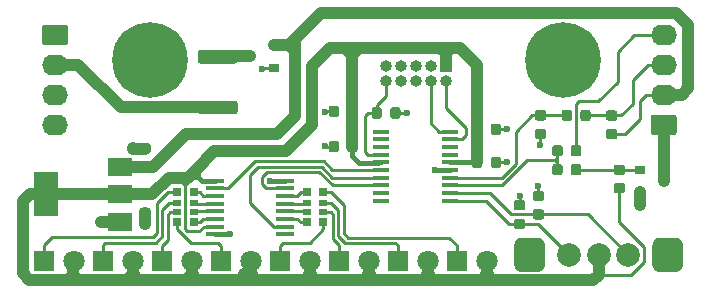
<source format=gbr>
G04 #@! TF.GenerationSoftware,KiCad,Pcbnew,(5.1.5)-3*
G04 #@! TF.CreationDate,2020-03-01T19:25:43+00:00*
G04 #@! TF.ProjectId,pwmfan,70776d66-616e-42e6-9b69-6361645f7063,rev?*
G04 #@! TF.SameCoordinates,Original*
G04 #@! TF.FileFunction,Copper,L1,Top*
G04 #@! TF.FilePolarity,Positive*
%FSLAX46Y46*%
G04 Gerber Fmt 4.6, Leading zero omitted, Abs format (unit mm)*
G04 Created by KiCad (PCBNEW (5.1.5)-3) date 2020-03-01 19:25:43*
%MOMM*%
%LPD*%
G04 APERTURE LIST*
%ADD10R,0.900000X0.800000*%
%ADD11C,0.100000*%
%ADD12R,0.700000X0.640000*%
%ADD13R,0.700000X0.500000*%
%ADD14R,1.500000X0.450000*%
%ADD15C,2.000000*%
%ADD16C,1.800000*%
%ADD17R,1.800000X1.800000*%
%ADD18O,2.200000X1.740000*%
%ADD19C,6.400000*%
%ADD20R,1.000000X1.000000*%
%ADD21O,1.000000X1.000000*%
%ADD22R,1.450000X0.450000*%
%ADD23R,2.000000X3.800000*%
%ADD24R,2.000000X1.500000*%
%ADD25C,0.800000*%
%ADD26C,0.600000*%
%ADD27C,1.000000*%
%ADD28C,0.250000*%
%ADD29C,0.400000*%
G04 APERTURE END LIST*
D10*
X71000000Y-54700000D03*
X73000000Y-53750000D03*
X73000000Y-55650000D03*
G04 #@! TA.AperFunction,SMDPad,CuDef*
D11*
G36*
X98827691Y-62226053D02*
G01*
X98848926Y-62229203D01*
X98869750Y-62234419D01*
X98889962Y-62241651D01*
X98909368Y-62250830D01*
X98927781Y-62261866D01*
X98945024Y-62274654D01*
X98960930Y-62289070D01*
X98975346Y-62304976D01*
X98988134Y-62322219D01*
X98999170Y-62340632D01*
X99008349Y-62360038D01*
X99015581Y-62380250D01*
X99020797Y-62401074D01*
X99023947Y-62422309D01*
X99025000Y-62443750D01*
X99025000Y-62956250D01*
X99023947Y-62977691D01*
X99020797Y-62998926D01*
X99015581Y-63019750D01*
X99008349Y-63039962D01*
X98999170Y-63059368D01*
X98988134Y-63077781D01*
X98975346Y-63095024D01*
X98960930Y-63110930D01*
X98945024Y-63125346D01*
X98927781Y-63138134D01*
X98909368Y-63149170D01*
X98889962Y-63158349D01*
X98869750Y-63165581D01*
X98848926Y-63170797D01*
X98827691Y-63173947D01*
X98806250Y-63175000D01*
X98368750Y-63175000D01*
X98347309Y-63173947D01*
X98326074Y-63170797D01*
X98305250Y-63165581D01*
X98285038Y-63158349D01*
X98265632Y-63149170D01*
X98247219Y-63138134D01*
X98229976Y-63125346D01*
X98214070Y-63110930D01*
X98199654Y-63095024D01*
X98186866Y-63077781D01*
X98175830Y-63059368D01*
X98166651Y-63039962D01*
X98159419Y-63019750D01*
X98154203Y-62998926D01*
X98151053Y-62977691D01*
X98150000Y-62956250D01*
X98150000Y-62443750D01*
X98151053Y-62422309D01*
X98154203Y-62401074D01*
X98159419Y-62380250D01*
X98166651Y-62360038D01*
X98175830Y-62340632D01*
X98186866Y-62322219D01*
X98199654Y-62304976D01*
X98214070Y-62289070D01*
X98229976Y-62274654D01*
X98247219Y-62261866D01*
X98265632Y-62250830D01*
X98285038Y-62241651D01*
X98305250Y-62234419D01*
X98326074Y-62229203D01*
X98347309Y-62226053D01*
X98368750Y-62225000D01*
X98806250Y-62225000D01*
X98827691Y-62226053D01*
G37*
G04 #@! TD.AperFunction*
G04 #@! TA.AperFunction,SMDPad,CuDef*
G36*
X97252691Y-62226053D02*
G01*
X97273926Y-62229203D01*
X97294750Y-62234419D01*
X97314962Y-62241651D01*
X97334368Y-62250830D01*
X97352781Y-62261866D01*
X97370024Y-62274654D01*
X97385930Y-62289070D01*
X97400346Y-62304976D01*
X97413134Y-62322219D01*
X97424170Y-62340632D01*
X97433349Y-62360038D01*
X97440581Y-62380250D01*
X97445797Y-62401074D01*
X97448947Y-62422309D01*
X97450000Y-62443750D01*
X97450000Y-62956250D01*
X97448947Y-62977691D01*
X97445797Y-62998926D01*
X97440581Y-63019750D01*
X97433349Y-63039962D01*
X97424170Y-63059368D01*
X97413134Y-63077781D01*
X97400346Y-63095024D01*
X97385930Y-63110930D01*
X97370024Y-63125346D01*
X97352781Y-63138134D01*
X97334368Y-63149170D01*
X97314962Y-63158349D01*
X97294750Y-63165581D01*
X97273926Y-63170797D01*
X97252691Y-63173947D01*
X97231250Y-63175000D01*
X96793750Y-63175000D01*
X96772309Y-63173947D01*
X96751074Y-63170797D01*
X96730250Y-63165581D01*
X96710038Y-63158349D01*
X96690632Y-63149170D01*
X96672219Y-63138134D01*
X96654976Y-63125346D01*
X96639070Y-63110930D01*
X96624654Y-63095024D01*
X96611866Y-63077781D01*
X96600830Y-63059368D01*
X96591651Y-63039962D01*
X96584419Y-63019750D01*
X96579203Y-62998926D01*
X96576053Y-62977691D01*
X96575000Y-62956250D01*
X96575000Y-62443750D01*
X96576053Y-62422309D01*
X96579203Y-62401074D01*
X96584419Y-62380250D01*
X96591651Y-62360038D01*
X96600830Y-62340632D01*
X96611866Y-62322219D01*
X96624654Y-62304976D01*
X96639070Y-62289070D01*
X96654976Y-62274654D01*
X96672219Y-62261866D01*
X96690632Y-62250830D01*
X96710038Y-62241651D01*
X96730250Y-62234419D01*
X96751074Y-62229203D01*
X96772309Y-62226053D01*
X96793750Y-62225000D01*
X97231250Y-62225000D01*
X97252691Y-62226053D01*
G37*
G04 #@! TD.AperFunction*
G04 #@! TA.AperFunction,SMDPad,CuDef*
G36*
X95852691Y-60838553D02*
G01*
X95873926Y-60841703D01*
X95894750Y-60846919D01*
X95914962Y-60854151D01*
X95934368Y-60863330D01*
X95952781Y-60874366D01*
X95970024Y-60887154D01*
X95985930Y-60901570D01*
X96000346Y-60917476D01*
X96013134Y-60934719D01*
X96024170Y-60953132D01*
X96033349Y-60972538D01*
X96040581Y-60992750D01*
X96045797Y-61013574D01*
X96048947Y-61034809D01*
X96050000Y-61056250D01*
X96050000Y-61493750D01*
X96048947Y-61515191D01*
X96045797Y-61536426D01*
X96040581Y-61557250D01*
X96033349Y-61577462D01*
X96024170Y-61596868D01*
X96013134Y-61615281D01*
X96000346Y-61632524D01*
X95985930Y-61648430D01*
X95970024Y-61662846D01*
X95952781Y-61675634D01*
X95934368Y-61686670D01*
X95914962Y-61695849D01*
X95894750Y-61703081D01*
X95873926Y-61708297D01*
X95852691Y-61711447D01*
X95831250Y-61712500D01*
X95318750Y-61712500D01*
X95297309Y-61711447D01*
X95276074Y-61708297D01*
X95255250Y-61703081D01*
X95235038Y-61695849D01*
X95215632Y-61686670D01*
X95197219Y-61675634D01*
X95179976Y-61662846D01*
X95164070Y-61648430D01*
X95149654Y-61632524D01*
X95136866Y-61615281D01*
X95125830Y-61596868D01*
X95116651Y-61577462D01*
X95109419Y-61557250D01*
X95104203Y-61536426D01*
X95101053Y-61515191D01*
X95100000Y-61493750D01*
X95100000Y-61056250D01*
X95101053Y-61034809D01*
X95104203Y-61013574D01*
X95109419Y-60992750D01*
X95116651Y-60972538D01*
X95125830Y-60953132D01*
X95136866Y-60934719D01*
X95149654Y-60917476D01*
X95164070Y-60901570D01*
X95179976Y-60887154D01*
X95197219Y-60874366D01*
X95215632Y-60863330D01*
X95235038Y-60854151D01*
X95255250Y-60846919D01*
X95276074Y-60841703D01*
X95297309Y-60838553D01*
X95318750Y-60837500D01*
X95831250Y-60837500D01*
X95852691Y-60838553D01*
G37*
G04 #@! TD.AperFunction*
G04 #@! TA.AperFunction,SMDPad,CuDef*
G36*
X95852691Y-59263553D02*
G01*
X95873926Y-59266703D01*
X95894750Y-59271919D01*
X95914962Y-59279151D01*
X95934368Y-59288330D01*
X95952781Y-59299366D01*
X95970024Y-59312154D01*
X95985930Y-59326570D01*
X96000346Y-59342476D01*
X96013134Y-59359719D01*
X96024170Y-59378132D01*
X96033349Y-59397538D01*
X96040581Y-59417750D01*
X96045797Y-59438574D01*
X96048947Y-59459809D01*
X96050000Y-59481250D01*
X96050000Y-59918750D01*
X96048947Y-59940191D01*
X96045797Y-59961426D01*
X96040581Y-59982250D01*
X96033349Y-60002462D01*
X96024170Y-60021868D01*
X96013134Y-60040281D01*
X96000346Y-60057524D01*
X95985930Y-60073430D01*
X95970024Y-60087846D01*
X95952781Y-60100634D01*
X95934368Y-60111670D01*
X95914962Y-60120849D01*
X95894750Y-60128081D01*
X95873926Y-60133297D01*
X95852691Y-60136447D01*
X95831250Y-60137500D01*
X95318750Y-60137500D01*
X95297309Y-60136447D01*
X95276074Y-60133297D01*
X95255250Y-60128081D01*
X95235038Y-60120849D01*
X95215632Y-60111670D01*
X95197219Y-60100634D01*
X95179976Y-60087846D01*
X95164070Y-60073430D01*
X95149654Y-60057524D01*
X95136866Y-60040281D01*
X95125830Y-60021868D01*
X95116651Y-60002462D01*
X95109419Y-59982250D01*
X95104203Y-59961426D01*
X95101053Y-59940191D01*
X95100000Y-59918750D01*
X95100000Y-59481250D01*
X95101053Y-59459809D01*
X95104203Y-59438574D01*
X95109419Y-59417750D01*
X95116651Y-59397538D01*
X95125830Y-59378132D01*
X95136866Y-59359719D01*
X95149654Y-59342476D01*
X95164070Y-59326570D01*
X95179976Y-59312154D01*
X95197219Y-59299366D01*
X95215632Y-59288330D01*
X95235038Y-59279151D01*
X95255250Y-59271919D01*
X95276074Y-59266703D01*
X95297309Y-59263553D01*
X95318750Y-59262500D01*
X95831250Y-59262500D01*
X95852691Y-59263553D01*
G37*
G04 #@! TD.AperFunction*
G04 #@! TA.AperFunction,SMDPad,CuDef*
G36*
X101877691Y-59276053D02*
G01*
X101898926Y-59279203D01*
X101919750Y-59284419D01*
X101939962Y-59291651D01*
X101959368Y-59300830D01*
X101977781Y-59311866D01*
X101995024Y-59324654D01*
X102010930Y-59339070D01*
X102025346Y-59354976D01*
X102038134Y-59372219D01*
X102049170Y-59390632D01*
X102058349Y-59410038D01*
X102065581Y-59430250D01*
X102070797Y-59451074D01*
X102073947Y-59472309D01*
X102075000Y-59493750D01*
X102075000Y-59931250D01*
X102073947Y-59952691D01*
X102070797Y-59973926D01*
X102065581Y-59994750D01*
X102058349Y-60014962D01*
X102049170Y-60034368D01*
X102038134Y-60052781D01*
X102025346Y-60070024D01*
X102010930Y-60085930D01*
X101995024Y-60100346D01*
X101977781Y-60113134D01*
X101959368Y-60124170D01*
X101939962Y-60133349D01*
X101919750Y-60140581D01*
X101898926Y-60145797D01*
X101877691Y-60148947D01*
X101856250Y-60150000D01*
X101343750Y-60150000D01*
X101322309Y-60148947D01*
X101301074Y-60145797D01*
X101280250Y-60140581D01*
X101260038Y-60133349D01*
X101240632Y-60124170D01*
X101222219Y-60113134D01*
X101204976Y-60100346D01*
X101189070Y-60085930D01*
X101174654Y-60070024D01*
X101161866Y-60052781D01*
X101150830Y-60034368D01*
X101141651Y-60014962D01*
X101134419Y-59994750D01*
X101129203Y-59973926D01*
X101126053Y-59952691D01*
X101125000Y-59931250D01*
X101125000Y-59493750D01*
X101126053Y-59472309D01*
X101129203Y-59451074D01*
X101134419Y-59430250D01*
X101141651Y-59410038D01*
X101150830Y-59390632D01*
X101161866Y-59372219D01*
X101174654Y-59354976D01*
X101189070Y-59339070D01*
X101204976Y-59324654D01*
X101222219Y-59311866D01*
X101240632Y-59300830D01*
X101260038Y-59291651D01*
X101280250Y-59284419D01*
X101301074Y-59279203D01*
X101322309Y-59276053D01*
X101343750Y-59275000D01*
X101856250Y-59275000D01*
X101877691Y-59276053D01*
G37*
G04 #@! TD.AperFunction*
G04 #@! TA.AperFunction,SMDPad,CuDef*
G36*
X101877691Y-60851053D02*
G01*
X101898926Y-60854203D01*
X101919750Y-60859419D01*
X101939962Y-60866651D01*
X101959368Y-60875830D01*
X101977781Y-60886866D01*
X101995024Y-60899654D01*
X102010930Y-60914070D01*
X102025346Y-60929976D01*
X102038134Y-60947219D01*
X102049170Y-60965632D01*
X102058349Y-60985038D01*
X102065581Y-61005250D01*
X102070797Y-61026074D01*
X102073947Y-61047309D01*
X102075000Y-61068750D01*
X102075000Y-61506250D01*
X102073947Y-61527691D01*
X102070797Y-61548926D01*
X102065581Y-61569750D01*
X102058349Y-61589962D01*
X102049170Y-61609368D01*
X102038134Y-61627781D01*
X102025346Y-61645024D01*
X102010930Y-61660930D01*
X101995024Y-61675346D01*
X101977781Y-61688134D01*
X101959368Y-61699170D01*
X101939962Y-61708349D01*
X101919750Y-61715581D01*
X101898926Y-61720797D01*
X101877691Y-61723947D01*
X101856250Y-61725000D01*
X101343750Y-61725000D01*
X101322309Y-61723947D01*
X101301074Y-61720797D01*
X101280250Y-61715581D01*
X101260038Y-61708349D01*
X101240632Y-61699170D01*
X101222219Y-61688134D01*
X101204976Y-61675346D01*
X101189070Y-61660930D01*
X101174654Y-61645024D01*
X101161866Y-61627781D01*
X101150830Y-61609368D01*
X101141651Y-61589962D01*
X101134419Y-61569750D01*
X101129203Y-61548926D01*
X101126053Y-61527691D01*
X101125000Y-61506250D01*
X101125000Y-61068750D01*
X101126053Y-61047309D01*
X101129203Y-61026074D01*
X101134419Y-61005250D01*
X101141651Y-60985038D01*
X101150830Y-60965632D01*
X101161866Y-60947219D01*
X101174654Y-60929976D01*
X101189070Y-60914070D01*
X101204976Y-60899654D01*
X101222219Y-60886866D01*
X101240632Y-60875830D01*
X101260038Y-60866651D01*
X101280250Y-60859419D01*
X101301074Y-60854203D01*
X101322309Y-60851053D01*
X101343750Y-60850000D01*
X101856250Y-60850000D01*
X101877691Y-60851053D01*
G37*
G04 #@! TD.AperFunction*
G04 #@! TA.AperFunction,SMDPad,CuDef*
G36*
X98052691Y-59226053D02*
G01*
X98073926Y-59229203D01*
X98094750Y-59234419D01*
X98114962Y-59241651D01*
X98134368Y-59250830D01*
X98152781Y-59261866D01*
X98170024Y-59274654D01*
X98185930Y-59289070D01*
X98200346Y-59304976D01*
X98213134Y-59322219D01*
X98224170Y-59340632D01*
X98233349Y-59360038D01*
X98240581Y-59380250D01*
X98245797Y-59401074D01*
X98248947Y-59422309D01*
X98250000Y-59443750D01*
X98250000Y-59956250D01*
X98248947Y-59977691D01*
X98245797Y-59998926D01*
X98240581Y-60019750D01*
X98233349Y-60039962D01*
X98224170Y-60059368D01*
X98213134Y-60077781D01*
X98200346Y-60095024D01*
X98185930Y-60110930D01*
X98170024Y-60125346D01*
X98152781Y-60138134D01*
X98134368Y-60149170D01*
X98114962Y-60158349D01*
X98094750Y-60165581D01*
X98073926Y-60170797D01*
X98052691Y-60173947D01*
X98031250Y-60175000D01*
X97593750Y-60175000D01*
X97572309Y-60173947D01*
X97551074Y-60170797D01*
X97530250Y-60165581D01*
X97510038Y-60158349D01*
X97490632Y-60149170D01*
X97472219Y-60138134D01*
X97454976Y-60125346D01*
X97439070Y-60110930D01*
X97424654Y-60095024D01*
X97411866Y-60077781D01*
X97400830Y-60059368D01*
X97391651Y-60039962D01*
X97384419Y-60019750D01*
X97379203Y-59998926D01*
X97376053Y-59977691D01*
X97375000Y-59956250D01*
X97375000Y-59443750D01*
X97376053Y-59422309D01*
X97379203Y-59401074D01*
X97384419Y-59380250D01*
X97391651Y-59360038D01*
X97400830Y-59340632D01*
X97411866Y-59322219D01*
X97424654Y-59304976D01*
X97439070Y-59289070D01*
X97454976Y-59274654D01*
X97472219Y-59261866D01*
X97490632Y-59250830D01*
X97510038Y-59241651D01*
X97530250Y-59234419D01*
X97551074Y-59229203D01*
X97572309Y-59226053D01*
X97593750Y-59225000D01*
X98031250Y-59225000D01*
X98052691Y-59226053D01*
G37*
G04 #@! TD.AperFunction*
G04 #@! TA.AperFunction,SMDPad,CuDef*
G36*
X99627691Y-59226053D02*
G01*
X99648926Y-59229203D01*
X99669750Y-59234419D01*
X99689962Y-59241651D01*
X99709368Y-59250830D01*
X99727781Y-59261866D01*
X99745024Y-59274654D01*
X99760930Y-59289070D01*
X99775346Y-59304976D01*
X99788134Y-59322219D01*
X99799170Y-59340632D01*
X99808349Y-59360038D01*
X99815581Y-59380250D01*
X99820797Y-59401074D01*
X99823947Y-59422309D01*
X99825000Y-59443750D01*
X99825000Y-59956250D01*
X99823947Y-59977691D01*
X99820797Y-59998926D01*
X99815581Y-60019750D01*
X99808349Y-60039962D01*
X99799170Y-60059368D01*
X99788134Y-60077781D01*
X99775346Y-60095024D01*
X99760930Y-60110930D01*
X99745024Y-60125346D01*
X99727781Y-60138134D01*
X99709368Y-60149170D01*
X99689962Y-60158349D01*
X99669750Y-60165581D01*
X99648926Y-60170797D01*
X99627691Y-60173947D01*
X99606250Y-60175000D01*
X99168750Y-60175000D01*
X99147309Y-60173947D01*
X99126074Y-60170797D01*
X99105250Y-60165581D01*
X99085038Y-60158349D01*
X99065632Y-60149170D01*
X99047219Y-60138134D01*
X99029976Y-60125346D01*
X99014070Y-60110930D01*
X98999654Y-60095024D01*
X98986866Y-60077781D01*
X98975830Y-60059368D01*
X98966651Y-60039962D01*
X98959419Y-60019750D01*
X98954203Y-59998926D01*
X98951053Y-59977691D01*
X98950000Y-59956250D01*
X98950000Y-59443750D01*
X98951053Y-59422309D01*
X98954203Y-59401074D01*
X98959419Y-59380250D01*
X98966651Y-59360038D01*
X98975830Y-59340632D01*
X98986866Y-59322219D01*
X98999654Y-59304976D01*
X99014070Y-59289070D01*
X99029976Y-59274654D01*
X99047219Y-59261866D01*
X99065632Y-59250830D01*
X99085038Y-59241651D01*
X99105250Y-59234419D01*
X99126074Y-59229203D01*
X99147309Y-59226053D01*
X99168750Y-59225000D01*
X99606250Y-59225000D01*
X99627691Y-59226053D01*
G37*
G04 #@! TD.AperFunction*
D12*
X66200000Y-68770000D03*
D13*
X66200000Y-67900000D03*
D12*
X66200000Y-66230000D03*
D13*
X66200000Y-67100000D03*
D12*
X64800000Y-68770000D03*
D13*
X64800000Y-67100000D03*
X64800000Y-67900000D03*
D12*
X64800000Y-66230000D03*
X75800000Y-66230000D03*
D13*
X75800000Y-67900000D03*
X75800000Y-67100000D03*
D12*
X75800000Y-68770000D03*
D13*
X77200000Y-67100000D03*
D12*
X77200000Y-66230000D03*
D13*
X77200000Y-67900000D03*
D12*
X77200000Y-68770000D03*
D14*
X68050000Y-65225000D03*
X68050000Y-65875000D03*
X68050000Y-66525000D03*
X68050000Y-67175000D03*
X68050000Y-67825000D03*
X68050000Y-68475000D03*
X68050000Y-69125000D03*
X68050000Y-69775000D03*
X73950000Y-69775000D03*
X73950000Y-69125000D03*
X73950000Y-68475000D03*
X73950000Y-67825000D03*
X73950000Y-67175000D03*
X73950000Y-66525000D03*
X73950000Y-65875000D03*
X73950000Y-65225000D03*
D15*
X100500000Y-71500000D03*
X98000000Y-71500000D03*
X103000000Y-71500000D03*
G04 #@! TA.AperFunction,ComponentPad*
D11*
G36*
X95363711Y-70053130D02*
G01*
X95426809Y-70062490D01*
X95488685Y-70077989D01*
X95548744Y-70099478D01*
X95606408Y-70126751D01*
X95661121Y-70159545D01*
X95712356Y-70197543D01*
X95759619Y-70240381D01*
X95802457Y-70287644D01*
X95840455Y-70338879D01*
X95873249Y-70393592D01*
X95900522Y-70451256D01*
X95922011Y-70511315D01*
X95937510Y-70573191D01*
X95946870Y-70636289D01*
X95950000Y-70700000D01*
X95950000Y-72300000D01*
X95946870Y-72363711D01*
X95937510Y-72426809D01*
X95922011Y-72488685D01*
X95900522Y-72548744D01*
X95873249Y-72606408D01*
X95840455Y-72661121D01*
X95802457Y-72712356D01*
X95759619Y-72759619D01*
X95712356Y-72802457D01*
X95661121Y-72840455D01*
X95606408Y-72873249D01*
X95548744Y-72900522D01*
X95488685Y-72922011D01*
X95426809Y-72937510D01*
X95363711Y-72946870D01*
X95300000Y-72950000D01*
X94000000Y-72950000D01*
X93936289Y-72946870D01*
X93873191Y-72937510D01*
X93811315Y-72922011D01*
X93751256Y-72900522D01*
X93693592Y-72873249D01*
X93638879Y-72840455D01*
X93587644Y-72802457D01*
X93540381Y-72759619D01*
X93497543Y-72712356D01*
X93459545Y-72661121D01*
X93426751Y-72606408D01*
X93399478Y-72548744D01*
X93377989Y-72488685D01*
X93362490Y-72426809D01*
X93353130Y-72363711D01*
X93350000Y-72300000D01*
X93350000Y-70700000D01*
X93353130Y-70636289D01*
X93362490Y-70573191D01*
X93377989Y-70511315D01*
X93399478Y-70451256D01*
X93426751Y-70393592D01*
X93459545Y-70338879D01*
X93497543Y-70287644D01*
X93540381Y-70240381D01*
X93587644Y-70197543D01*
X93638879Y-70159545D01*
X93693592Y-70126751D01*
X93751256Y-70099478D01*
X93811315Y-70077989D01*
X93873191Y-70062490D01*
X93936289Y-70053130D01*
X94000000Y-70050000D01*
X95300000Y-70050000D01*
X95363711Y-70053130D01*
G37*
G04 #@! TD.AperFunction*
G04 #@! TA.AperFunction,ComponentPad*
G36*
X107063711Y-70053130D02*
G01*
X107126809Y-70062490D01*
X107188685Y-70077989D01*
X107248744Y-70099478D01*
X107306408Y-70126751D01*
X107361121Y-70159545D01*
X107412356Y-70197543D01*
X107459619Y-70240381D01*
X107502457Y-70287644D01*
X107540455Y-70338879D01*
X107573249Y-70393592D01*
X107600522Y-70451256D01*
X107622011Y-70511315D01*
X107637510Y-70573191D01*
X107646870Y-70636289D01*
X107650000Y-70700000D01*
X107650000Y-72300000D01*
X107646870Y-72363711D01*
X107637510Y-72426809D01*
X107622011Y-72488685D01*
X107600522Y-72548744D01*
X107573249Y-72606408D01*
X107540455Y-72661121D01*
X107502457Y-72712356D01*
X107459619Y-72759619D01*
X107412356Y-72802457D01*
X107361121Y-72840455D01*
X107306408Y-72873249D01*
X107248744Y-72900522D01*
X107188685Y-72922011D01*
X107126809Y-72937510D01*
X107063711Y-72946870D01*
X107000000Y-72950000D01*
X105700000Y-72950000D01*
X105636289Y-72946870D01*
X105573191Y-72937510D01*
X105511315Y-72922011D01*
X105451256Y-72900522D01*
X105393592Y-72873249D01*
X105338879Y-72840455D01*
X105287644Y-72802457D01*
X105240381Y-72759619D01*
X105197543Y-72712356D01*
X105159545Y-72661121D01*
X105126751Y-72606408D01*
X105099478Y-72548744D01*
X105077989Y-72488685D01*
X105062490Y-72426809D01*
X105053130Y-72363711D01*
X105050000Y-72300000D01*
X105050000Y-70700000D01*
X105053130Y-70636289D01*
X105062490Y-70573191D01*
X105077989Y-70511315D01*
X105099478Y-70451256D01*
X105126751Y-70393592D01*
X105159545Y-70338879D01*
X105197543Y-70287644D01*
X105240381Y-70240381D01*
X105287644Y-70197543D01*
X105338879Y-70159545D01*
X105393592Y-70126751D01*
X105451256Y-70099478D01*
X105511315Y-70077989D01*
X105573191Y-70062490D01*
X105636289Y-70053130D01*
X105700000Y-70050000D01*
X107000000Y-70050000D01*
X107063711Y-70053130D01*
G37*
G04 #@! TD.AperFunction*
D16*
X76040000Y-72000000D03*
D17*
X73500000Y-72000000D03*
X83500000Y-72000000D03*
D16*
X86040000Y-72000000D03*
X81040000Y-72000000D03*
D17*
X78500000Y-72000000D03*
X88500000Y-72000000D03*
D16*
X91040000Y-72000000D03*
G04 #@! TA.AperFunction,SMDPad,CuDef*
D11*
G36*
X94077691Y-66876053D02*
G01*
X94098926Y-66879203D01*
X94119750Y-66884419D01*
X94139962Y-66891651D01*
X94159368Y-66900830D01*
X94177781Y-66911866D01*
X94195024Y-66924654D01*
X94210930Y-66939070D01*
X94225346Y-66954976D01*
X94238134Y-66972219D01*
X94249170Y-66990632D01*
X94258349Y-67010038D01*
X94265581Y-67030250D01*
X94270797Y-67051074D01*
X94273947Y-67072309D01*
X94275000Y-67093750D01*
X94275000Y-67531250D01*
X94273947Y-67552691D01*
X94270797Y-67573926D01*
X94265581Y-67594750D01*
X94258349Y-67614962D01*
X94249170Y-67634368D01*
X94238134Y-67652781D01*
X94225346Y-67670024D01*
X94210930Y-67685930D01*
X94195024Y-67700346D01*
X94177781Y-67713134D01*
X94159368Y-67724170D01*
X94139962Y-67733349D01*
X94119750Y-67740581D01*
X94098926Y-67745797D01*
X94077691Y-67748947D01*
X94056250Y-67750000D01*
X93543750Y-67750000D01*
X93522309Y-67748947D01*
X93501074Y-67745797D01*
X93480250Y-67740581D01*
X93460038Y-67733349D01*
X93440632Y-67724170D01*
X93422219Y-67713134D01*
X93404976Y-67700346D01*
X93389070Y-67685930D01*
X93374654Y-67670024D01*
X93361866Y-67652781D01*
X93350830Y-67634368D01*
X93341651Y-67614962D01*
X93334419Y-67594750D01*
X93329203Y-67573926D01*
X93326053Y-67552691D01*
X93325000Y-67531250D01*
X93325000Y-67093750D01*
X93326053Y-67072309D01*
X93329203Y-67051074D01*
X93334419Y-67030250D01*
X93341651Y-67010038D01*
X93350830Y-66990632D01*
X93361866Y-66972219D01*
X93374654Y-66954976D01*
X93389070Y-66939070D01*
X93404976Y-66924654D01*
X93422219Y-66911866D01*
X93440632Y-66900830D01*
X93460038Y-66891651D01*
X93480250Y-66884419D01*
X93501074Y-66879203D01*
X93522309Y-66876053D01*
X93543750Y-66875000D01*
X94056250Y-66875000D01*
X94077691Y-66876053D01*
G37*
G04 #@! TD.AperFunction*
G04 #@! TA.AperFunction,SMDPad,CuDef*
G36*
X94077691Y-68451053D02*
G01*
X94098926Y-68454203D01*
X94119750Y-68459419D01*
X94139962Y-68466651D01*
X94159368Y-68475830D01*
X94177781Y-68486866D01*
X94195024Y-68499654D01*
X94210930Y-68514070D01*
X94225346Y-68529976D01*
X94238134Y-68547219D01*
X94249170Y-68565632D01*
X94258349Y-68585038D01*
X94265581Y-68605250D01*
X94270797Y-68626074D01*
X94273947Y-68647309D01*
X94275000Y-68668750D01*
X94275000Y-69106250D01*
X94273947Y-69127691D01*
X94270797Y-69148926D01*
X94265581Y-69169750D01*
X94258349Y-69189962D01*
X94249170Y-69209368D01*
X94238134Y-69227781D01*
X94225346Y-69245024D01*
X94210930Y-69260930D01*
X94195024Y-69275346D01*
X94177781Y-69288134D01*
X94159368Y-69299170D01*
X94139962Y-69308349D01*
X94119750Y-69315581D01*
X94098926Y-69320797D01*
X94077691Y-69323947D01*
X94056250Y-69325000D01*
X93543750Y-69325000D01*
X93522309Y-69323947D01*
X93501074Y-69320797D01*
X93480250Y-69315581D01*
X93460038Y-69308349D01*
X93440632Y-69299170D01*
X93422219Y-69288134D01*
X93404976Y-69275346D01*
X93389070Y-69260930D01*
X93374654Y-69245024D01*
X93361866Y-69227781D01*
X93350830Y-69209368D01*
X93341651Y-69189962D01*
X93334419Y-69169750D01*
X93329203Y-69148926D01*
X93326053Y-69127691D01*
X93325000Y-69106250D01*
X93325000Y-68668750D01*
X93326053Y-68647309D01*
X93329203Y-68626074D01*
X93334419Y-68605250D01*
X93341651Y-68585038D01*
X93350830Y-68565632D01*
X93361866Y-68547219D01*
X93374654Y-68529976D01*
X93389070Y-68514070D01*
X93404976Y-68499654D01*
X93422219Y-68486866D01*
X93440632Y-68475830D01*
X93460038Y-68466651D01*
X93480250Y-68459419D01*
X93501074Y-68454203D01*
X93522309Y-68451053D01*
X93543750Y-68450000D01*
X94056250Y-68450000D01*
X94077691Y-68451053D01*
G37*
G04 #@! TD.AperFunction*
G04 #@! TA.AperFunction,SMDPad,CuDef*
G36*
X95677691Y-67651053D02*
G01*
X95698926Y-67654203D01*
X95719750Y-67659419D01*
X95739962Y-67666651D01*
X95759368Y-67675830D01*
X95777781Y-67686866D01*
X95795024Y-67699654D01*
X95810930Y-67714070D01*
X95825346Y-67729976D01*
X95838134Y-67747219D01*
X95849170Y-67765632D01*
X95858349Y-67785038D01*
X95865581Y-67805250D01*
X95870797Y-67826074D01*
X95873947Y-67847309D01*
X95875000Y-67868750D01*
X95875000Y-68306250D01*
X95873947Y-68327691D01*
X95870797Y-68348926D01*
X95865581Y-68369750D01*
X95858349Y-68389962D01*
X95849170Y-68409368D01*
X95838134Y-68427781D01*
X95825346Y-68445024D01*
X95810930Y-68460930D01*
X95795024Y-68475346D01*
X95777781Y-68488134D01*
X95759368Y-68499170D01*
X95739962Y-68508349D01*
X95719750Y-68515581D01*
X95698926Y-68520797D01*
X95677691Y-68523947D01*
X95656250Y-68525000D01*
X95143750Y-68525000D01*
X95122309Y-68523947D01*
X95101074Y-68520797D01*
X95080250Y-68515581D01*
X95060038Y-68508349D01*
X95040632Y-68499170D01*
X95022219Y-68488134D01*
X95004976Y-68475346D01*
X94989070Y-68460930D01*
X94974654Y-68445024D01*
X94961866Y-68427781D01*
X94950830Y-68409368D01*
X94941651Y-68389962D01*
X94934419Y-68369750D01*
X94929203Y-68348926D01*
X94926053Y-68327691D01*
X94925000Y-68306250D01*
X94925000Y-67868750D01*
X94926053Y-67847309D01*
X94929203Y-67826074D01*
X94934419Y-67805250D01*
X94941651Y-67785038D01*
X94950830Y-67765632D01*
X94961866Y-67747219D01*
X94974654Y-67729976D01*
X94989070Y-67714070D01*
X95004976Y-67699654D01*
X95022219Y-67686866D01*
X95040632Y-67675830D01*
X95060038Y-67666651D01*
X95080250Y-67659419D01*
X95101074Y-67654203D01*
X95122309Y-67651053D01*
X95143750Y-67650000D01*
X95656250Y-67650000D01*
X95677691Y-67651053D01*
G37*
G04 #@! TD.AperFunction*
G04 #@! TA.AperFunction,SMDPad,CuDef*
G36*
X95677691Y-66076053D02*
G01*
X95698926Y-66079203D01*
X95719750Y-66084419D01*
X95739962Y-66091651D01*
X95759368Y-66100830D01*
X95777781Y-66111866D01*
X95795024Y-66124654D01*
X95810930Y-66139070D01*
X95825346Y-66154976D01*
X95838134Y-66172219D01*
X95849170Y-66190632D01*
X95858349Y-66210038D01*
X95865581Y-66230250D01*
X95870797Y-66251074D01*
X95873947Y-66272309D01*
X95875000Y-66293750D01*
X95875000Y-66731250D01*
X95873947Y-66752691D01*
X95870797Y-66773926D01*
X95865581Y-66794750D01*
X95858349Y-66814962D01*
X95849170Y-66834368D01*
X95838134Y-66852781D01*
X95825346Y-66870024D01*
X95810930Y-66885930D01*
X95795024Y-66900346D01*
X95777781Y-66913134D01*
X95759368Y-66924170D01*
X95739962Y-66933349D01*
X95719750Y-66940581D01*
X95698926Y-66945797D01*
X95677691Y-66948947D01*
X95656250Y-66950000D01*
X95143750Y-66950000D01*
X95122309Y-66948947D01*
X95101074Y-66945797D01*
X95080250Y-66940581D01*
X95060038Y-66933349D01*
X95040632Y-66924170D01*
X95022219Y-66913134D01*
X95004976Y-66900346D01*
X94989070Y-66885930D01*
X94974654Y-66870024D01*
X94961866Y-66852781D01*
X94950830Y-66834368D01*
X94941651Y-66814962D01*
X94934419Y-66794750D01*
X94929203Y-66773926D01*
X94926053Y-66752691D01*
X94925000Y-66731250D01*
X94925000Y-66293750D01*
X94926053Y-66272309D01*
X94929203Y-66251074D01*
X94934419Y-66230250D01*
X94941651Y-66210038D01*
X94950830Y-66190632D01*
X94961866Y-66172219D01*
X94974654Y-66154976D01*
X94989070Y-66139070D01*
X95004976Y-66124654D01*
X95022219Y-66111866D01*
X95040632Y-66100830D01*
X95060038Y-66091651D01*
X95080250Y-66084419D01*
X95101074Y-66079203D01*
X95122309Y-66076053D01*
X95143750Y-66075000D01*
X95656250Y-66075000D01*
X95677691Y-66076053D01*
G37*
G04 #@! TD.AperFunction*
D18*
X54475000Y-60500000D03*
X54475000Y-57960000D03*
X54475000Y-55420000D03*
G04 #@! TA.AperFunction,ComponentPad*
D11*
G36*
X55349505Y-52011204D02*
G01*
X55373773Y-52014804D01*
X55397572Y-52020765D01*
X55420671Y-52029030D01*
X55442850Y-52039520D01*
X55463893Y-52052132D01*
X55483599Y-52066747D01*
X55501777Y-52083223D01*
X55518253Y-52101401D01*
X55532868Y-52121107D01*
X55545480Y-52142150D01*
X55555970Y-52164329D01*
X55564235Y-52187428D01*
X55570196Y-52211227D01*
X55573796Y-52235495D01*
X55575000Y-52259999D01*
X55575000Y-53500001D01*
X55573796Y-53524505D01*
X55570196Y-53548773D01*
X55564235Y-53572572D01*
X55555970Y-53595671D01*
X55545480Y-53617850D01*
X55532868Y-53638893D01*
X55518253Y-53658599D01*
X55501777Y-53676777D01*
X55483599Y-53693253D01*
X55463893Y-53707868D01*
X55442850Y-53720480D01*
X55420671Y-53730970D01*
X55397572Y-53739235D01*
X55373773Y-53745196D01*
X55349505Y-53748796D01*
X55325001Y-53750000D01*
X53624999Y-53750000D01*
X53600495Y-53748796D01*
X53576227Y-53745196D01*
X53552428Y-53739235D01*
X53529329Y-53730970D01*
X53507150Y-53720480D01*
X53486107Y-53707868D01*
X53466401Y-53693253D01*
X53448223Y-53676777D01*
X53431747Y-53658599D01*
X53417132Y-53638893D01*
X53404520Y-53617850D01*
X53394030Y-53595671D01*
X53385765Y-53572572D01*
X53379804Y-53548773D01*
X53376204Y-53524505D01*
X53375000Y-53500001D01*
X53375000Y-52259999D01*
X53376204Y-52235495D01*
X53379804Y-52211227D01*
X53385765Y-52187428D01*
X53394030Y-52164329D01*
X53404520Y-52142150D01*
X53417132Y-52121107D01*
X53431747Y-52101401D01*
X53448223Y-52083223D01*
X53466401Y-52066747D01*
X53486107Y-52052132D01*
X53507150Y-52039520D01*
X53529329Y-52029030D01*
X53552428Y-52020765D01*
X53576227Y-52014804D01*
X53600495Y-52011204D01*
X53624999Y-52010000D01*
X55325001Y-52010000D01*
X55349505Y-52011204D01*
G37*
G04 #@! TD.AperFunction*
G04 #@! TA.AperFunction,ComponentPad*
G36*
X106874505Y-59631204D02*
G01*
X106898773Y-59634804D01*
X106922572Y-59640765D01*
X106945671Y-59649030D01*
X106967850Y-59659520D01*
X106988893Y-59672132D01*
X107008599Y-59686747D01*
X107026777Y-59703223D01*
X107043253Y-59721401D01*
X107057868Y-59741107D01*
X107070480Y-59762150D01*
X107080970Y-59784329D01*
X107089235Y-59807428D01*
X107095196Y-59831227D01*
X107098796Y-59855495D01*
X107100000Y-59879999D01*
X107100000Y-61120001D01*
X107098796Y-61144505D01*
X107095196Y-61168773D01*
X107089235Y-61192572D01*
X107080970Y-61215671D01*
X107070480Y-61237850D01*
X107057868Y-61258893D01*
X107043253Y-61278599D01*
X107026777Y-61296777D01*
X107008599Y-61313253D01*
X106988893Y-61327868D01*
X106967850Y-61340480D01*
X106945671Y-61350970D01*
X106922572Y-61359235D01*
X106898773Y-61365196D01*
X106874505Y-61368796D01*
X106850001Y-61370000D01*
X105149999Y-61370000D01*
X105125495Y-61368796D01*
X105101227Y-61365196D01*
X105077428Y-61359235D01*
X105054329Y-61350970D01*
X105032150Y-61340480D01*
X105011107Y-61327868D01*
X104991401Y-61313253D01*
X104973223Y-61296777D01*
X104956747Y-61278599D01*
X104942132Y-61258893D01*
X104929520Y-61237850D01*
X104919030Y-61215671D01*
X104910765Y-61192572D01*
X104904804Y-61168773D01*
X104901204Y-61144505D01*
X104900000Y-61120001D01*
X104900000Y-59879999D01*
X104901204Y-59855495D01*
X104904804Y-59831227D01*
X104910765Y-59807428D01*
X104919030Y-59784329D01*
X104929520Y-59762150D01*
X104942132Y-59741107D01*
X104956747Y-59721401D01*
X104973223Y-59703223D01*
X104991401Y-59686747D01*
X105011107Y-59672132D01*
X105032150Y-59659520D01*
X105054329Y-59649030D01*
X105077428Y-59640765D01*
X105101227Y-59634804D01*
X105125495Y-59631204D01*
X105149999Y-59630000D01*
X106850001Y-59630000D01*
X106874505Y-59631204D01*
G37*
G04 #@! TD.AperFunction*
D18*
X106000000Y-57960000D03*
X106000000Y-55420000D03*
X106000000Y-52880000D03*
D19*
X97500000Y-55000000D03*
X62500000Y-55000000D03*
G04 #@! TA.AperFunction,SMDPad,CuDef*
D11*
G36*
X69724505Y-54188704D02*
G01*
X69748773Y-54192304D01*
X69772572Y-54198265D01*
X69795671Y-54206530D01*
X69817850Y-54217020D01*
X69838893Y-54229632D01*
X69858599Y-54244247D01*
X69876777Y-54260723D01*
X69893253Y-54278901D01*
X69907868Y-54298607D01*
X69920480Y-54319650D01*
X69930970Y-54341829D01*
X69939235Y-54364928D01*
X69945196Y-54388727D01*
X69948796Y-54412995D01*
X69950000Y-54437499D01*
X69950000Y-55062501D01*
X69948796Y-55087005D01*
X69945196Y-55111273D01*
X69939235Y-55135072D01*
X69930970Y-55158171D01*
X69920480Y-55180350D01*
X69907868Y-55201393D01*
X69893253Y-55221099D01*
X69876777Y-55239277D01*
X69858599Y-55255753D01*
X69838893Y-55270368D01*
X69817850Y-55282980D01*
X69795671Y-55293470D01*
X69772572Y-55301735D01*
X69748773Y-55307696D01*
X69724505Y-55311296D01*
X69700001Y-55312500D01*
X66799999Y-55312500D01*
X66775495Y-55311296D01*
X66751227Y-55307696D01*
X66727428Y-55301735D01*
X66704329Y-55293470D01*
X66682150Y-55282980D01*
X66661107Y-55270368D01*
X66641401Y-55255753D01*
X66623223Y-55239277D01*
X66606747Y-55221099D01*
X66592132Y-55201393D01*
X66579520Y-55180350D01*
X66569030Y-55158171D01*
X66560765Y-55135072D01*
X66554804Y-55111273D01*
X66551204Y-55087005D01*
X66550000Y-55062501D01*
X66550000Y-54437499D01*
X66551204Y-54412995D01*
X66554804Y-54388727D01*
X66560765Y-54364928D01*
X66569030Y-54341829D01*
X66579520Y-54319650D01*
X66592132Y-54298607D01*
X66606747Y-54278901D01*
X66623223Y-54260723D01*
X66641401Y-54244247D01*
X66661107Y-54229632D01*
X66682150Y-54217020D01*
X66704329Y-54206530D01*
X66727428Y-54198265D01*
X66751227Y-54192304D01*
X66775495Y-54188704D01*
X66799999Y-54187500D01*
X69700001Y-54187500D01*
X69724505Y-54188704D01*
G37*
G04 #@! TD.AperFunction*
G04 #@! TA.AperFunction,SMDPad,CuDef*
G36*
X69724505Y-58463704D02*
G01*
X69748773Y-58467304D01*
X69772572Y-58473265D01*
X69795671Y-58481530D01*
X69817850Y-58492020D01*
X69838893Y-58504632D01*
X69858599Y-58519247D01*
X69876777Y-58535723D01*
X69893253Y-58553901D01*
X69907868Y-58573607D01*
X69920480Y-58594650D01*
X69930970Y-58616829D01*
X69939235Y-58639928D01*
X69945196Y-58663727D01*
X69948796Y-58687995D01*
X69950000Y-58712499D01*
X69950000Y-59337501D01*
X69948796Y-59362005D01*
X69945196Y-59386273D01*
X69939235Y-59410072D01*
X69930970Y-59433171D01*
X69920480Y-59455350D01*
X69907868Y-59476393D01*
X69893253Y-59496099D01*
X69876777Y-59514277D01*
X69858599Y-59530753D01*
X69838893Y-59545368D01*
X69817850Y-59557980D01*
X69795671Y-59568470D01*
X69772572Y-59576735D01*
X69748773Y-59582696D01*
X69724505Y-59586296D01*
X69700001Y-59587500D01*
X66799999Y-59587500D01*
X66775495Y-59586296D01*
X66751227Y-59582696D01*
X66727428Y-59576735D01*
X66704329Y-59568470D01*
X66682150Y-59557980D01*
X66661107Y-59545368D01*
X66641401Y-59530753D01*
X66623223Y-59514277D01*
X66606747Y-59496099D01*
X66592132Y-59476393D01*
X66579520Y-59455350D01*
X66569030Y-59433171D01*
X66560765Y-59410072D01*
X66554804Y-59386273D01*
X66551204Y-59362005D01*
X66550000Y-59337501D01*
X66550000Y-58712499D01*
X66551204Y-58687995D01*
X66554804Y-58663727D01*
X66560765Y-58639928D01*
X66569030Y-58616829D01*
X66579520Y-58594650D01*
X66592132Y-58573607D01*
X66606747Y-58553901D01*
X66623223Y-58535723D01*
X66641401Y-58519247D01*
X66661107Y-58504632D01*
X66682150Y-58492020D01*
X66704329Y-58481530D01*
X66727428Y-58473265D01*
X66751227Y-58467304D01*
X66775495Y-58463704D01*
X66799999Y-58462500D01*
X69700001Y-58462500D01*
X69724505Y-58463704D01*
G37*
G04 #@! TD.AperFunction*
D16*
X56040000Y-72000000D03*
D17*
X53500000Y-72000000D03*
X58500000Y-72000000D03*
D16*
X61040000Y-72000000D03*
X66040000Y-72000000D03*
D17*
X63500000Y-72000000D03*
X68500000Y-72000000D03*
D16*
X71040000Y-72000000D03*
D20*
X87540000Y-55500000D03*
D21*
X87540000Y-56770000D03*
X86270000Y-55500000D03*
X86270000Y-56770000D03*
X85000000Y-55500000D03*
X85000000Y-56770000D03*
X83730000Y-55500000D03*
X83730000Y-56770000D03*
X82460000Y-55500000D03*
X82460000Y-56770000D03*
G04 #@! TA.AperFunction,SMDPad,CuDef*
D11*
G36*
X83527691Y-59026053D02*
G01*
X83548926Y-59029203D01*
X83569750Y-59034419D01*
X83589962Y-59041651D01*
X83609368Y-59050830D01*
X83627781Y-59061866D01*
X83645024Y-59074654D01*
X83660930Y-59089070D01*
X83675346Y-59104976D01*
X83688134Y-59122219D01*
X83699170Y-59140632D01*
X83708349Y-59160038D01*
X83715581Y-59180250D01*
X83720797Y-59201074D01*
X83723947Y-59222309D01*
X83725000Y-59243750D01*
X83725000Y-59756250D01*
X83723947Y-59777691D01*
X83720797Y-59798926D01*
X83715581Y-59819750D01*
X83708349Y-59839962D01*
X83699170Y-59859368D01*
X83688134Y-59877781D01*
X83675346Y-59895024D01*
X83660930Y-59910930D01*
X83645024Y-59925346D01*
X83627781Y-59938134D01*
X83609368Y-59949170D01*
X83589962Y-59958349D01*
X83569750Y-59965581D01*
X83548926Y-59970797D01*
X83527691Y-59973947D01*
X83506250Y-59975000D01*
X83068750Y-59975000D01*
X83047309Y-59973947D01*
X83026074Y-59970797D01*
X83005250Y-59965581D01*
X82985038Y-59958349D01*
X82965632Y-59949170D01*
X82947219Y-59938134D01*
X82929976Y-59925346D01*
X82914070Y-59910930D01*
X82899654Y-59895024D01*
X82886866Y-59877781D01*
X82875830Y-59859368D01*
X82866651Y-59839962D01*
X82859419Y-59819750D01*
X82854203Y-59798926D01*
X82851053Y-59777691D01*
X82850000Y-59756250D01*
X82850000Y-59243750D01*
X82851053Y-59222309D01*
X82854203Y-59201074D01*
X82859419Y-59180250D01*
X82866651Y-59160038D01*
X82875830Y-59140632D01*
X82886866Y-59122219D01*
X82899654Y-59104976D01*
X82914070Y-59089070D01*
X82929976Y-59074654D01*
X82947219Y-59061866D01*
X82965632Y-59050830D01*
X82985038Y-59041651D01*
X83005250Y-59034419D01*
X83026074Y-59029203D01*
X83047309Y-59026053D01*
X83068750Y-59025000D01*
X83506250Y-59025000D01*
X83527691Y-59026053D01*
G37*
G04 #@! TD.AperFunction*
G04 #@! TA.AperFunction,SMDPad,CuDef*
G36*
X81952691Y-59026053D02*
G01*
X81973926Y-59029203D01*
X81994750Y-59034419D01*
X82014962Y-59041651D01*
X82034368Y-59050830D01*
X82052781Y-59061866D01*
X82070024Y-59074654D01*
X82085930Y-59089070D01*
X82100346Y-59104976D01*
X82113134Y-59122219D01*
X82124170Y-59140632D01*
X82133349Y-59160038D01*
X82140581Y-59180250D01*
X82145797Y-59201074D01*
X82148947Y-59222309D01*
X82150000Y-59243750D01*
X82150000Y-59756250D01*
X82148947Y-59777691D01*
X82145797Y-59798926D01*
X82140581Y-59819750D01*
X82133349Y-59839962D01*
X82124170Y-59859368D01*
X82113134Y-59877781D01*
X82100346Y-59895024D01*
X82085930Y-59910930D01*
X82070024Y-59925346D01*
X82052781Y-59938134D01*
X82034368Y-59949170D01*
X82014962Y-59958349D01*
X81994750Y-59965581D01*
X81973926Y-59970797D01*
X81952691Y-59973947D01*
X81931250Y-59975000D01*
X81493750Y-59975000D01*
X81472309Y-59973947D01*
X81451074Y-59970797D01*
X81430250Y-59965581D01*
X81410038Y-59958349D01*
X81390632Y-59949170D01*
X81372219Y-59938134D01*
X81354976Y-59925346D01*
X81339070Y-59910930D01*
X81324654Y-59895024D01*
X81311866Y-59877781D01*
X81300830Y-59859368D01*
X81291651Y-59839962D01*
X81284419Y-59819750D01*
X81279203Y-59798926D01*
X81276053Y-59777691D01*
X81275000Y-59756250D01*
X81275000Y-59243750D01*
X81276053Y-59222309D01*
X81279203Y-59201074D01*
X81284419Y-59180250D01*
X81291651Y-59160038D01*
X81300830Y-59140632D01*
X81311866Y-59122219D01*
X81324654Y-59104976D01*
X81339070Y-59089070D01*
X81354976Y-59074654D01*
X81372219Y-59061866D01*
X81390632Y-59050830D01*
X81410038Y-59041651D01*
X81430250Y-59034419D01*
X81451074Y-59029203D01*
X81472309Y-59026053D01*
X81493750Y-59025000D01*
X81931250Y-59025000D01*
X81952691Y-59026053D01*
G37*
G04 #@! TD.AperFunction*
G04 #@! TA.AperFunction,SMDPad,CuDef*
G36*
X92027691Y-63213553D02*
G01*
X92048926Y-63216703D01*
X92069750Y-63221919D01*
X92089962Y-63229151D01*
X92109368Y-63238330D01*
X92127781Y-63249366D01*
X92145024Y-63262154D01*
X92160930Y-63276570D01*
X92175346Y-63292476D01*
X92188134Y-63309719D01*
X92199170Y-63328132D01*
X92208349Y-63347538D01*
X92215581Y-63367750D01*
X92220797Y-63388574D01*
X92223947Y-63409809D01*
X92225000Y-63431250D01*
X92225000Y-63943750D01*
X92223947Y-63965191D01*
X92220797Y-63986426D01*
X92215581Y-64007250D01*
X92208349Y-64027462D01*
X92199170Y-64046868D01*
X92188134Y-64065281D01*
X92175346Y-64082524D01*
X92160930Y-64098430D01*
X92145024Y-64112846D01*
X92127781Y-64125634D01*
X92109368Y-64136670D01*
X92089962Y-64145849D01*
X92069750Y-64153081D01*
X92048926Y-64158297D01*
X92027691Y-64161447D01*
X92006250Y-64162500D01*
X91568750Y-64162500D01*
X91547309Y-64161447D01*
X91526074Y-64158297D01*
X91505250Y-64153081D01*
X91485038Y-64145849D01*
X91465632Y-64136670D01*
X91447219Y-64125634D01*
X91429976Y-64112846D01*
X91414070Y-64098430D01*
X91399654Y-64082524D01*
X91386866Y-64065281D01*
X91375830Y-64046868D01*
X91366651Y-64027462D01*
X91359419Y-64007250D01*
X91354203Y-63986426D01*
X91351053Y-63965191D01*
X91350000Y-63943750D01*
X91350000Y-63431250D01*
X91351053Y-63409809D01*
X91354203Y-63388574D01*
X91359419Y-63367750D01*
X91366651Y-63347538D01*
X91375830Y-63328132D01*
X91386866Y-63309719D01*
X91399654Y-63292476D01*
X91414070Y-63276570D01*
X91429976Y-63262154D01*
X91447219Y-63249366D01*
X91465632Y-63238330D01*
X91485038Y-63229151D01*
X91505250Y-63221919D01*
X91526074Y-63216703D01*
X91547309Y-63213553D01*
X91568750Y-63212500D01*
X92006250Y-63212500D01*
X92027691Y-63213553D01*
G37*
G04 #@! TD.AperFunction*
G04 #@! TA.AperFunction,SMDPad,CuDef*
G36*
X90452691Y-63213553D02*
G01*
X90473926Y-63216703D01*
X90494750Y-63221919D01*
X90514962Y-63229151D01*
X90534368Y-63238330D01*
X90552781Y-63249366D01*
X90570024Y-63262154D01*
X90585930Y-63276570D01*
X90600346Y-63292476D01*
X90613134Y-63309719D01*
X90624170Y-63328132D01*
X90633349Y-63347538D01*
X90640581Y-63367750D01*
X90645797Y-63388574D01*
X90648947Y-63409809D01*
X90650000Y-63431250D01*
X90650000Y-63943750D01*
X90648947Y-63965191D01*
X90645797Y-63986426D01*
X90640581Y-64007250D01*
X90633349Y-64027462D01*
X90624170Y-64046868D01*
X90613134Y-64065281D01*
X90600346Y-64082524D01*
X90585930Y-64098430D01*
X90570024Y-64112846D01*
X90552781Y-64125634D01*
X90534368Y-64136670D01*
X90514962Y-64145849D01*
X90494750Y-64153081D01*
X90473926Y-64158297D01*
X90452691Y-64161447D01*
X90431250Y-64162500D01*
X89993750Y-64162500D01*
X89972309Y-64161447D01*
X89951074Y-64158297D01*
X89930250Y-64153081D01*
X89910038Y-64145849D01*
X89890632Y-64136670D01*
X89872219Y-64125634D01*
X89854976Y-64112846D01*
X89839070Y-64098430D01*
X89824654Y-64082524D01*
X89811866Y-64065281D01*
X89800830Y-64046868D01*
X89791651Y-64027462D01*
X89784419Y-64007250D01*
X89779203Y-63986426D01*
X89776053Y-63965191D01*
X89775000Y-63943750D01*
X89775000Y-63431250D01*
X89776053Y-63409809D01*
X89779203Y-63388574D01*
X89784419Y-63367750D01*
X89791651Y-63347538D01*
X89800830Y-63328132D01*
X89811866Y-63309719D01*
X89824654Y-63292476D01*
X89839070Y-63276570D01*
X89854976Y-63262154D01*
X89872219Y-63249366D01*
X89890632Y-63238330D01*
X89910038Y-63229151D01*
X89930250Y-63221919D01*
X89951074Y-63216703D01*
X89972309Y-63213553D01*
X89993750Y-63212500D01*
X90431250Y-63212500D01*
X90452691Y-63213553D01*
G37*
G04 #@! TD.AperFunction*
G04 #@! TA.AperFunction,SMDPad,CuDef*
G36*
X79890191Y-61876053D02*
G01*
X79911426Y-61879203D01*
X79932250Y-61884419D01*
X79952462Y-61891651D01*
X79971868Y-61900830D01*
X79990281Y-61911866D01*
X80007524Y-61924654D01*
X80023430Y-61939070D01*
X80037846Y-61954976D01*
X80050634Y-61972219D01*
X80061670Y-61990632D01*
X80070849Y-62010038D01*
X80078081Y-62030250D01*
X80083297Y-62051074D01*
X80086447Y-62072309D01*
X80087500Y-62093750D01*
X80087500Y-62606250D01*
X80086447Y-62627691D01*
X80083297Y-62648926D01*
X80078081Y-62669750D01*
X80070849Y-62689962D01*
X80061670Y-62709368D01*
X80050634Y-62727781D01*
X80037846Y-62745024D01*
X80023430Y-62760930D01*
X80007524Y-62775346D01*
X79990281Y-62788134D01*
X79971868Y-62799170D01*
X79952462Y-62808349D01*
X79932250Y-62815581D01*
X79911426Y-62820797D01*
X79890191Y-62823947D01*
X79868750Y-62825000D01*
X79431250Y-62825000D01*
X79409809Y-62823947D01*
X79388574Y-62820797D01*
X79367750Y-62815581D01*
X79347538Y-62808349D01*
X79328132Y-62799170D01*
X79309719Y-62788134D01*
X79292476Y-62775346D01*
X79276570Y-62760930D01*
X79262154Y-62745024D01*
X79249366Y-62727781D01*
X79238330Y-62709368D01*
X79229151Y-62689962D01*
X79221919Y-62669750D01*
X79216703Y-62648926D01*
X79213553Y-62627691D01*
X79212500Y-62606250D01*
X79212500Y-62093750D01*
X79213553Y-62072309D01*
X79216703Y-62051074D01*
X79221919Y-62030250D01*
X79229151Y-62010038D01*
X79238330Y-61990632D01*
X79249366Y-61972219D01*
X79262154Y-61954976D01*
X79276570Y-61939070D01*
X79292476Y-61924654D01*
X79309719Y-61911866D01*
X79328132Y-61900830D01*
X79347538Y-61891651D01*
X79367750Y-61884419D01*
X79388574Y-61879203D01*
X79409809Y-61876053D01*
X79431250Y-61875000D01*
X79868750Y-61875000D01*
X79890191Y-61876053D01*
G37*
G04 #@! TD.AperFunction*
G04 #@! TA.AperFunction,SMDPad,CuDef*
G36*
X78315191Y-61876053D02*
G01*
X78336426Y-61879203D01*
X78357250Y-61884419D01*
X78377462Y-61891651D01*
X78396868Y-61900830D01*
X78415281Y-61911866D01*
X78432524Y-61924654D01*
X78448430Y-61939070D01*
X78462846Y-61954976D01*
X78475634Y-61972219D01*
X78486670Y-61990632D01*
X78495849Y-62010038D01*
X78503081Y-62030250D01*
X78508297Y-62051074D01*
X78511447Y-62072309D01*
X78512500Y-62093750D01*
X78512500Y-62606250D01*
X78511447Y-62627691D01*
X78508297Y-62648926D01*
X78503081Y-62669750D01*
X78495849Y-62689962D01*
X78486670Y-62709368D01*
X78475634Y-62727781D01*
X78462846Y-62745024D01*
X78448430Y-62760930D01*
X78432524Y-62775346D01*
X78415281Y-62788134D01*
X78396868Y-62799170D01*
X78377462Y-62808349D01*
X78357250Y-62815581D01*
X78336426Y-62820797D01*
X78315191Y-62823947D01*
X78293750Y-62825000D01*
X77856250Y-62825000D01*
X77834809Y-62823947D01*
X77813574Y-62820797D01*
X77792750Y-62815581D01*
X77772538Y-62808349D01*
X77753132Y-62799170D01*
X77734719Y-62788134D01*
X77717476Y-62775346D01*
X77701570Y-62760930D01*
X77687154Y-62745024D01*
X77674366Y-62727781D01*
X77663330Y-62709368D01*
X77654151Y-62689962D01*
X77646919Y-62669750D01*
X77641703Y-62648926D01*
X77638553Y-62627691D01*
X77637500Y-62606250D01*
X77637500Y-62093750D01*
X77638553Y-62072309D01*
X77641703Y-62051074D01*
X77646919Y-62030250D01*
X77654151Y-62010038D01*
X77663330Y-61990632D01*
X77674366Y-61972219D01*
X77687154Y-61954976D01*
X77701570Y-61939070D01*
X77717476Y-61924654D01*
X77734719Y-61911866D01*
X77753132Y-61900830D01*
X77772538Y-61891651D01*
X77792750Y-61884419D01*
X77813574Y-61879203D01*
X77834809Y-61876053D01*
X77856250Y-61875000D01*
X78293750Y-61875000D01*
X78315191Y-61876053D01*
G37*
G04 #@! TD.AperFunction*
G04 #@! TA.AperFunction,SMDPad,CuDef*
G36*
X78315191Y-58876053D02*
G01*
X78336426Y-58879203D01*
X78357250Y-58884419D01*
X78377462Y-58891651D01*
X78396868Y-58900830D01*
X78415281Y-58911866D01*
X78432524Y-58924654D01*
X78448430Y-58939070D01*
X78462846Y-58954976D01*
X78475634Y-58972219D01*
X78486670Y-58990632D01*
X78495849Y-59010038D01*
X78503081Y-59030250D01*
X78508297Y-59051074D01*
X78511447Y-59072309D01*
X78512500Y-59093750D01*
X78512500Y-59606250D01*
X78511447Y-59627691D01*
X78508297Y-59648926D01*
X78503081Y-59669750D01*
X78495849Y-59689962D01*
X78486670Y-59709368D01*
X78475634Y-59727781D01*
X78462846Y-59745024D01*
X78448430Y-59760930D01*
X78432524Y-59775346D01*
X78415281Y-59788134D01*
X78396868Y-59799170D01*
X78377462Y-59808349D01*
X78357250Y-59815581D01*
X78336426Y-59820797D01*
X78315191Y-59823947D01*
X78293750Y-59825000D01*
X77856250Y-59825000D01*
X77834809Y-59823947D01*
X77813574Y-59820797D01*
X77792750Y-59815581D01*
X77772538Y-59808349D01*
X77753132Y-59799170D01*
X77734719Y-59788134D01*
X77717476Y-59775346D01*
X77701570Y-59760930D01*
X77687154Y-59745024D01*
X77674366Y-59727781D01*
X77663330Y-59709368D01*
X77654151Y-59689962D01*
X77646919Y-59669750D01*
X77641703Y-59648926D01*
X77638553Y-59627691D01*
X77637500Y-59606250D01*
X77637500Y-59093750D01*
X77638553Y-59072309D01*
X77641703Y-59051074D01*
X77646919Y-59030250D01*
X77654151Y-59010038D01*
X77663330Y-58990632D01*
X77674366Y-58972219D01*
X77687154Y-58954976D01*
X77701570Y-58939070D01*
X77717476Y-58924654D01*
X77734719Y-58911866D01*
X77753132Y-58900830D01*
X77772538Y-58891651D01*
X77792750Y-58884419D01*
X77813574Y-58879203D01*
X77834809Y-58876053D01*
X77856250Y-58875000D01*
X78293750Y-58875000D01*
X78315191Y-58876053D01*
G37*
G04 #@! TD.AperFunction*
G04 #@! TA.AperFunction,SMDPad,CuDef*
G36*
X79890191Y-58876053D02*
G01*
X79911426Y-58879203D01*
X79932250Y-58884419D01*
X79952462Y-58891651D01*
X79971868Y-58900830D01*
X79990281Y-58911866D01*
X80007524Y-58924654D01*
X80023430Y-58939070D01*
X80037846Y-58954976D01*
X80050634Y-58972219D01*
X80061670Y-58990632D01*
X80070849Y-59010038D01*
X80078081Y-59030250D01*
X80083297Y-59051074D01*
X80086447Y-59072309D01*
X80087500Y-59093750D01*
X80087500Y-59606250D01*
X80086447Y-59627691D01*
X80083297Y-59648926D01*
X80078081Y-59669750D01*
X80070849Y-59689962D01*
X80061670Y-59709368D01*
X80050634Y-59727781D01*
X80037846Y-59745024D01*
X80023430Y-59760930D01*
X80007524Y-59775346D01*
X79990281Y-59788134D01*
X79971868Y-59799170D01*
X79952462Y-59808349D01*
X79932250Y-59815581D01*
X79911426Y-59820797D01*
X79890191Y-59823947D01*
X79868750Y-59825000D01*
X79431250Y-59825000D01*
X79409809Y-59823947D01*
X79388574Y-59820797D01*
X79367750Y-59815581D01*
X79347538Y-59808349D01*
X79328132Y-59799170D01*
X79309719Y-59788134D01*
X79292476Y-59775346D01*
X79276570Y-59760930D01*
X79262154Y-59745024D01*
X79249366Y-59727781D01*
X79238330Y-59709368D01*
X79229151Y-59689962D01*
X79221919Y-59669750D01*
X79216703Y-59648926D01*
X79213553Y-59627691D01*
X79212500Y-59606250D01*
X79212500Y-59093750D01*
X79213553Y-59072309D01*
X79216703Y-59051074D01*
X79221919Y-59030250D01*
X79229151Y-59010038D01*
X79238330Y-58990632D01*
X79249366Y-58972219D01*
X79262154Y-58954976D01*
X79276570Y-58939070D01*
X79292476Y-58924654D01*
X79309719Y-58911866D01*
X79328132Y-58900830D01*
X79347538Y-58891651D01*
X79367750Y-58884419D01*
X79388574Y-58879203D01*
X79409809Y-58876053D01*
X79431250Y-58875000D01*
X79868750Y-58875000D01*
X79890191Y-58876053D01*
G37*
G04 #@! TD.AperFunction*
G04 #@! TA.AperFunction,SMDPad,CuDef*
G36*
X62377691Y-62076053D02*
G01*
X62398926Y-62079203D01*
X62419750Y-62084419D01*
X62439962Y-62091651D01*
X62459368Y-62100830D01*
X62477781Y-62111866D01*
X62495024Y-62124654D01*
X62510930Y-62139070D01*
X62525346Y-62154976D01*
X62538134Y-62172219D01*
X62549170Y-62190632D01*
X62558349Y-62210038D01*
X62565581Y-62230250D01*
X62570797Y-62251074D01*
X62573947Y-62272309D01*
X62575000Y-62293750D01*
X62575000Y-62731250D01*
X62573947Y-62752691D01*
X62570797Y-62773926D01*
X62565581Y-62794750D01*
X62558349Y-62814962D01*
X62549170Y-62834368D01*
X62538134Y-62852781D01*
X62525346Y-62870024D01*
X62510930Y-62885930D01*
X62495024Y-62900346D01*
X62477781Y-62913134D01*
X62459368Y-62924170D01*
X62439962Y-62933349D01*
X62419750Y-62940581D01*
X62398926Y-62945797D01*
X62377691Y-62948947D01*
X62356250Y-62950000D01*
X61843750Y-62950000D01*
X61822309Y-62948947D01*
X61801074Y-62945797D01*
X61780250Y-62940581D01*
X61760038Y-62933349D01*
X61740632Y-62924170D01*
X61722219Y-62913134D01*
X61704976Y-62900346D01*
X61689070Y-62885930D01*
X61674654Y-62870024D01*
X61661866Y-62852781D01*
X61650830Y-62834368D01*
X61641651Y-62814962D01*
X61634419Y-62794750D01*
X61629203Y-62773926D01*
X61626053Y-62752691D01*
X61625000Y-62731250D01*
X61625000Y-62293750D01*
X61626053Y-62272309D01*
X61629203Y-62251074D01*
X61634419Y-62230250D01*
X61641651Y-62210038D01*
X61650830Y-62190632D01*
X61661866Y-62172219D01*
X61674654Y-62154976D01*
X61689070Y-62139070D01*
X61704976Y-62124654D01*
X61722219Y-62111866D01*
X61740632Y-62100830D01*
X61760038Y-62091651D01*
X61780250Y-62084419D01*
X61801074Y-62079203D01*
X61822309Y-62076053D01*
X61843750Y-62075000D01*
X62356250Y-62075000D01*
X62377691Y-62076053D01*
G37*
G04 #@! TD.AperFunction*
G04 #@! TA.AperFunction,SMDPad,CuDef*
G36*
X62377691Y-63651053D02*
G01*
X62398926Y-63654203D01*
X62419750Y-63659419D01*
X62439962Y-63666651D01*
X62459368Y-63675830D01*
X62477781Y-63686866D01*
X62495024Y-63699654D01*
X62510930Y-63714070D01*
X62525346Y-63729976D01*
X62538134Y-63747219D01*
X62549170Y-63765632D01*
X62558349Y-63785038D01*
X62565581Y-63805250D01*
X62570797Y-63826074D01*
X62573947Y-63847309D01*
X62575000Y-63868750D01*
X62575000Y-64306250D01*
X62573947Y-64327691D01*
X62570797Y-64348926D01*
X62565581Y-64369750D01*
X62558349Y-64389962D01*
X62549170Y-64409368D01*
X62538134Y-64427781D01*
X62525346Y-64445024D01*
X62510930Y-64460930D01*
X62495024Y-64475346D01*
X62477781Y-64488134D01*
X62459368Y-64499170D01*
X62439962Y-64508349D01*
X62419750Y-64515581D01*
X62398926Y-64520797D01*
X62377691Y-64523947D01*
X62356250Y-64525000D01*
X61843750Y-64525000D01*
X61822309Y-64523947D01*
X61801074Y-64520797D01*
X61780250Y-64515581D01*
X61760038Y-64508349D01*
X61740632Y-64499170D01*
X61722219Y-64488134D01*
X61704976Y-64475346D01*
X61689070Y-64460930D01*
X61674654Y-64445024D01*
X61661866Y-64427781D01*
X61650830Y-64409368D01*
X61641651Y-64389962D01*
X61634419Y-64369750D01*
X61629203Y-64348926D01*
X61626053Y-64327691D01*
X61625000Y-64306250D01*
X61625000Y-63868750D01*
X61626053Y-63847309D01*
X61629203Y-63826074D01*
X61634419Y-63805250D01*
X61641651Y-63785038D01*
X61650830Y-63765632D01*
X61661866Y-63747219D01*
X61674654Y-63729976D01*
X61689070Y-63714070D01*
X61704976Y-63699654D01*
X61722219Y-63686866D01*
X61740632Y-63675830D01*
X61760038Y-63666651D01*
X61780250Y-63659419D01*
X61801074Y-63654203D01*
X61822309Y-63651053D01*
X61843750Y-63650000D01*
X62356250Y-63650000D01*
X62377691Y-63651053D01*
G37*
G04 #@! TD.AperFunction*
G04 #@! TA.AperFunction,SMDPad,CuDef*
G36*
X62377691Y-67538553D02*
G01*
X62398926Y-67541703D01*
X62419750Y-67546919D01*
X62439962Y-67554151D01*
X62459368Y-67563330D01*
X62477781Y-67574366D01*
X62495024Y-67587154D01*
X62510930Y-67601570D01*
X62525346Y-67617476D01*
X62538134Y-67634719D01*
X62549170Y-67653132D01*
X62558349Y-67672538D01*
X62565581Y-67692750D01*
X62570797Y-67713574D01*
X62573947Y-67734809D01*
X62575000Y-67756250D01*
X62575000Y-68193750D01*
X62573947Y-68215191D01*
X62570797Y-68236426D01*
X62565581Y-68257250D01*
X62558349Y-68277462D01*
X62549170Y-68296868D01*
X62538134Y-68315281D01*
X62525346Y-68332524D01*
X62510930Y-68348430D01*
X62495024Y-68362846D01*
X62477781Y-68375634D01*
X62459368Y-68386670D01*
X62439962Y-68395849D01*
X62419750Y-68403081D01*
X62398926Y-68408297D01*
X62377691Y-68411447D01*
X62356250Y-68412500D01*
X61843750Y-68412500D01*
X61822309Y-68411447D01*
X61801074Y-68408297D01*
X61780250Y-68403081D01*
X61760038Y-68395849D01*
X61740632Y-68386670D01*
X61722219Y-68375634D01*
X61704976Y-68362846D01*
X61689070Y-68348430D01*
X61674654Y-68332524D01*
X61661866Y-68315281D01*
X61650830Y-68296868D01*
X61641651Y-68277462D01*
X61634419Y-68257250D01*
X61629203Y-68236426D01*
X61626053Y-68215191D01*
X61625000Y-68193750D01*
X61625000Y-67756250D01*
X61626053Y-67734809D01*
X61629203Y-67713574D01*
X61634419Y-67692750D01*
X61641651Y-67672538D01*
X61650830Y-67653132D01*
X61661866Y-67634719D01*
X61674654Y-67617476D01*
X61689070Y-67601570D01*
X61704976Y-67587154D01*
X61722219Y-67574366D01*
X61740632Y-67563330D01*
X61760038Y-67554151D01*
X61780250Y-67546919D01*
X61801074Y-67541703D01*
X61822309Y-67538553D01*
X61843750Y-67537500D01*
X62356250Y-67537500D01*
X62377691Y-67538553D01*
G37*
G04 #@! TD.AperFunction*
G04 #@! TA.AperFunction,SMDPad,CuDef*
G36*
X62377691Y-65963553D02*
G01*
X62398926Y-65966703D01*
X62419750Y-65971919D01*
X62439962Y-65979151D01*
X62459368Y-65988330D01*
X62477781Y-65999366D01*
X62495024Y-66012154D01*
X62510930Y-66026570D01*
X62525346Y-66042476D01*
X62538134Y-66059719D01*
X62549170Y-66078132D01*
X62558349Y-66097538D01*
X62565581Y-66117750D01*
X62570797Y-66138574D01*
X62573947Y-66159809D01*
X62575000Y-66181250D01*
X62575000Y-66618750D01*
X62573947Y-66640191D01*
X62570797Y-66661426D01*
X62565581Y-66682250D01*
X62558349Y-66702462D01*
X62549170Y-66721868D01*
X62538134Y-66740281D01*
X62525346Y-66757524D01*
X62510930Y-66773430D01*
X62495024Y-66787846D01*
X62477781Y-66800634D01*
X62459368Y-66811670D01*
X62439962Y-66820849D01*
X62419750Y-66828081D01*
X62398926Y-66833297D01*
X62377691Y-66836447D01*
X62356250Y-66837500D01*
X61843750Y-66837500D01*
X61822309Y-66836447D01*
X61801074Y-66833297D01*
X61780250Y-66828081D01*
X61760038Y-66820849D01*
X61740632Y-66811670D01*
X61722219Y-66800634D01*
X61704976Y-66787846D01*
X61689070Y-66773430D01*
X61674654Y-66757524D01*
X61661866Y-66740281D01*
X61650830Y-66721868D01*
X61641651Y-66702462D01*
X61634419Y-66682250D01*
X61629203Y-66661426D01*
X61626053Y-66640191D01*
X61625000Y-66618750D01*
X61625000Y-66181250D01*
X61626053Y-66159809D01*
X61629203Y-66138574D01*
X61634419Y-66117750D01*
X61641651Y-66097538D01*
X61650830Y-66078132D01*
X61661866Y-66059719D01*
X61674654Y-66042476D01*
X61689070Y-66026570D01*
X61704976Y-66012154D01*
X61722219Y-65999366D01*
X61740632Y-65988330D01*
X61760038Y-65979151D01*
X61780250Y-65971919D01*
X61801074Y-65966703D01*
X61822309Y-65963553D01*
X61843750Y-65962500D01*
X62356250Y-65962500D01*
X62377691Y-65963553D01*
G37*
G04 #@! TD.AperFunction*
G04 #@! TA.AperFunction,SMDPad,CuDef*
G36*
X90452691Y-60401053D02*
G01*
X90473926Y-60404203D01*
X90494750Y-60409419D01*
X90514962Y-60416651D01*
X90534368Y-60425830D01*
X90552781Y-60436866D01*
X90570024Y-60449654D01*
X90585930Y-60464070D01*
X90600346Y-60479976D01*
X90613134Y-60497219D01*
X90624170Y-60515632D01*
X90633349Y-60535038D01*
X90640581Y-60555250D01*
X90645797Y-60576074D01*
X90648947Y-60597309D01*
X90650000Y-60618750D01*
X90650000Y-61131250D01*
X90648947Y-61152691D01*
X90645797Y-61173926D01*
X90640581Y-61194750D01*
X90633349Y-61214962D01*
X90624170Y-61234368D01*
X90613134Y-61252781D01*
X90600346Y-61270024D01*
X90585930Y-61285930D01*
X90570024Y-61300346D01*
X90552781Y-61313134D01*
X90534368Y-61324170D01*
X90514962Y-61333349D01*
X90494750Y-61340581D01*
X90473926Y-61345797D01*
X90452691Y-61348947D01*
X90431250Y-61350000D01*
X89993750Y-61350000D01*
X89972309Y-61348947D01*
X89951074Y-61345797D01*
X89930250Y-61340581D01*
X89910038Y-61333349D01*
X89890632Y-61324170D01*
X89872219Y-61313134D01*
X89854976Y-61300346D01*
X89839070Y-61285930D01*
X89824654Y-61270024D01*
X89811866Y-61252781D01*
X89800830Y-61234368D01*
X89791651Y-61214962D01*
X89784419Y-61194750D01*
X89779203Y-61173926D01*
X89776053Y-61152691D01*
X89775000Y-61131250D01*
X89775000Y-60618750D01*
X89776053Y-60597309D01*
X89779203Y-60576074D01*
X89784419Y-60555250D01*
X89791651Y-60535038D01*
X89800830Y-60515632D01*
X89811866Y-60497219D01*
X89824654Y-60479976D01*
X89839070Y-60464070D01*
X89854976Y-60449654D01*
X89872219Y-60436866D01*
X89890632Y-60425830D01*
X89910038Y-60416651D01*
X89930250Y-60409419D01*
X89951074Y-60404203D01*
X89972309Y-60401053D01*
X89993750Y-60400000D01*
X90431250Y-60400000D01*
X90452691Y-60401053D01*
G37*
G04 #@! TD.AperFunction*
G04 #@! TA.AperFunction,SMDPad,CuDef*
G36*
X92027691Y-60401053D02*
G01*
X92048926Y-60404203D01*
X92069750Y-60409419D01*
X92089962Y-60416651D01*
X92109368Y-60425830D01*
X92127781Y-60436866D01*
X92145024Y-60449654D01*
X92160930Y-60464070D01*
X92175346Y-60479976D01*
X92188134Y-60497219D01*
X92199170Y-60515632D01*
X92208349Y-60535038D01*
X92215581Y-60555250D01*
X92220797Y-60576074D01*
X92223947Y-60597309D01*
X92225000Y-60618750D01*
X92225000Y-61131250D01*
X92223947Y-61152691D01*
X92220797Y-61173926D01*
X92215581Y-61194750D01*
X92208349Y-61214962D01*
X92199170Y-61234368D01*
X92188134Y-61252781D01*
X92175346Y-61270024D01*
X92160930Y-61285930D01*
X92145024Y-61300346D01*
X92127781Y-61313134D01*
X92109368Y-61324170D01*
X92089962Y-61333349D01*
X92069750Y-61340581D01*
X92048926Y-61345797D01*
X92027691Y-61348947D01*
X92006250Y-61350000D01*
X91568750Y-61350000D01*
X91547309Y-61348947D01*
X91526074Y-61345797D01*
X91505250Y-61340581D01*
X91485038Y-61333349D01*
X91465632Y-61324170D01*
X91447219Y-61313134D01*
X91429976Y-61300346D01*
X91414070Y-61285930D01*
X91399654Y-61270024D01*
X91386866Y-61252781D01*
X91375830Y-61234368D01*
X91366651Y-61214962D01*
X91359419Y-61194750D01*
X91354203Y-61173926D01*
X91351053Y-61152691D01*
X91350000Y-61131250D01*
X91350000Y-60618750D01*
X91351053Y-60597309D01*
X91354203Y-60576074D01*
X91359419Y-60555250D01*
X91366651Y-60535038D01*
X91375830Y-60515632D01*
X91386866Y-60497219D01*
X91399654Y-60479976D01*
X91414070Y-60464070D01*
X91429976Y-60449654D01*
X91447219Y-60436866D01*
X91465632Y-60425830D01*
X91485038Y-60416651D01*
X91505250Y-60409419D01*
X91526074Y-60404203D01*
X91547309Y-60401053D01*
X91568750Y-60400000D01*
X92006250Y-60400000D01*
X92027691Y-60401053D01*
G37*
G04 #@! TD.AperFunction*
D22*
X82050000Y-61075000D03*
X82050000Y-61725000D03*
X82050000Y-62375000D03*
X82050000Y-63025000D03*
X82050000Y-63675000D03*
X82050000Y-64325000D03*
X82050000Y-64975000D03*
X82050000Y-65625000D03*
X82050000Y-66275000D03*
X82050000Y-66925000D03*
X87950000Y-66925000D03*
X87950000Y-66275000D03*
X87950000Y-65625000D03*
X87950000Y-64975000D03*
X87950000Y-64325000D03*
X87950000Y-63675000D03*
X87950000Y-63025000D03*
X87950000Y-62375000D03*
X87950000Y-61725000D03*
X87950000Y-61075000D03*
D23*
X53700000Y-66400000D03*
D24*
X60000000Y-66400000D03*
X60000000Y-64100000D03*
X60000000Y-68700000D03*
D10*
X104000000Y-64300000D03*
X104000000Y-66200000D03*
X106000000Y-65250000D03*
G04 #@! TA.AperFunction,SMDPad,CuDef*
D11*
G36*
X97252691Y-63826053D02*
G01*
X97273926Y-63829203D01*
X97294750Y-63834419D01*
X97314962Y-63841651D01*
X97334368Y-63850830D01*
X97352781Y-63861866D01*
X97370024Y-63874654D01*
X97385930Y-63889070D01*
X97400346Y-63904976D01*
X97413134Y-63922219D01*
X97424170Y-63940632D01*
X97433349Y-63960038D01*
X97440581Y-63980250D01*
X97445797Y-64001074D01*
X97448947Y-64022309D01*
X97450000Y-64043750D01*
X97450000Y-64556250D01*
X97448947Y-64577691D01*
X97445797Y-64598926D01*
X97440581Y-64619750D01*
X97433349Y-64639962D01*
X97424170Y-64659368D01*
X97413134Y-64677781D01*
X97400346Y-64695024D01*
X97385930Y-64710930D01*
X97370024Y-64725346D01*
X97352781Y-64738134D01*
X97334368Y-64749170D01*
X97314962Y-64758349D01*
X97294750Y-64765581D01*
X97273926Y-64770797D01*
X97252691Y-64773947D01*
X97231250Y-64775000D01*
X96793750Y-64775000D01*
X96772309Y-64773947D01*
X96751074Y-64770797D01*
X96730250Y-64765581D01*
X96710038Y-64758349D01*
X96690632Y-64749170D01*
X96672219Y-64738134D01*
X96654976Y-64725346D01*
X96639070Y-64710930D01*
X96624654Y-64695024D01*
X96611866Y-64677781D01*
X96600830Y-64659368D01*
X96591651Y-64639962D01*
X96584419Y-64619750D01*
X96579203Y-64598926D01*
X96576053Y-64577691D01*
X96575000Y-64556250D01*
X96575000Y-64043750D01*
X96576053Y-64022309D01*
X96579203Y-64001074D01*
X96584419Y-63980250D01*
X96591651Y-63960038D01*
X96600830Y-63940632D01*
X96611866Y-63922219D01*
X96624654Y-63904976D01*
X96639070Y-63889070D01*
X96654976Y-63874654D01*
X96672219Y-63861866D01*
X96690632Y-63850830D01*
X96710038Y-63841651D01*
X96730250Y-63834419D01*
X96751074Y-63829203D01*
X96772309Y-63826053D01*
X96793750Y-63825000D01*
X97231250Y-63825000D01*
X97252691Y-63826053D01*
G37*
G04 #@! TD.AperFunction*
G04 #@! TA.AperFunction,SMDPad,CuDef*
G36*
X98827691Y-63826053D02*
G01*
X98848926Y-63829203D01*
X98869750Y-63834419D01*
X98889962Y-63841651D01*
X98909368Y-63850830D01*
X98927781Y-63861866D01*
X98945024Y-63874654D01*
X98960930Y-63889070D01*
X98975346Y-63904976D01*
X98988134Y-63922219D01*
X98999170Y-63940632D01*
X99008349Y-63960038D01*
X99015581Y-63980250D01*
X99020797Y-64001074D01*
X99023947Y-64022309D01*
X99025000Y-64043750D01*
X99025000Y-64556250D01*
X99023947Y-64577691D01*
X99020797Y-64598926D01*
X99015581Y-64619750D01*
X99008349Y-64639962D01*
X98999170Y-64659368D01*
X98988134Y-64677781D01*
X98975346Y-64695024D01*
X98960930Y-64710930D01*
X98945024Y-64725346D01*
X98927781Y-64738134D01*
X98909368Y-64749170D01*
X98889962Y-64758349D01*
X98869750Y-64765581D01*
X98848926Y-64770797D01*
X98827691Y-64773947D01*
X98806250Y-64775000D01*
X98368750Y-64775000D01*
X98347309Y-64773947D01*
X98326074Y-64770797D01*
X98305250Y-64765581D01*
X98285038Y-64758349D01*
X98265632Y-64749170D01*
X98247219Y-64738134D01*
X98229976Y-64725346D01*
X98214070Y-64710930D01*
X98199654Y-64695024D01*
X98186866Y-64677781D01*
X98175830Y-64659368D01*
X98166651Y-64639962D01*
X98159419Y-64619750D01*
X98154203Y-64598926D01*
X98151053Y-64577691D01*
X98150000Y-64556250D01*
X98150000Y-64043750D01*
X98151053Y-64022309D01*
X98154203Y-64001074D01*
X98159419Y-63980250D01*
X98166651Y-63960038D01*
X98175830Y-63940632D01*
X98186866Y-63922219D01*
X98199654Y-63904976D01*
X98214070Y-63889070D01*
X98229976Y-63874654D01*
X98247219Y-63861866D01*
X98265632Y-63850830D01*
X98285038Y-63841651D01*
X98305250Y-63834419D01*
X98326074Y-63829203D01*
X98347309Y-63826053D01*
X98368750Y-63825000D01*
X98806250Y-63825000D01*
X98827691Y-63826053D01*
G37*
G04 #@! TD.AperFunction*
G04 #@! TA.AperFunction,SMDPad,CuDef*
G36*
X102527691Y-65438553D02*
G01*
X102548926Y-65441703D01*
X102569750Y-65446919D01*
X102589962Y-65454151D01*
X102609368Y-65463330D01*
X102627781Y-65474366D01*
X102645024Y-65487154D01*
X102660930Y-65501570D01*
X102675346Y-65517476D01*
X102688134Y-65534719D01*
X102699170Y-65553132D01*
X102708349Y-65572538D01*
X102715581Y-65592750D01*
X102720797Y-65613574D01*
X102723947Y-65634809D01*
X102725000Y-65656250D01*
X102725000Y-66093750D01*
X102723947Y-66115191D01*
X102720797Y-66136426D01*
X102715581Y-66157250D01*
X102708349Y-66177462D01*
X102699170Y-66196868D01*
X102688134Y-66215281D01*
X102675346Y-66232524D01*
X102660930Y-66248430D01*
X102645024Y-66262846D01*
X102627781Y-66275634D01*
X102609368Y-66286670D01*
X102589962Y-66295849D01*
X102569750Y-66303081D01*
X102548926Y-66308297D01*
X102527691Y-66311447D01*
X102506250Y-66312500D01*
X101993750Y-66312500D01*
X101972309Y-66311447D01*
X101951074Y-66308297D01*
X101930250Y-66303081D01*
X101910038Y-66295849D01*
X101890632Y-66286670D01*
X101872219Y-66275634D01*
X101854976Y-66262846D01*
X101839070Y-66248430D01*
X101824654Y-66232524D01*
X101811866Y-66215281D01*
X101800830Y-66196868D01*
X101791651Y-66177462D01*
X101784419Y-66157250D01*
X101779203Y-66136426D01*
X101776053Y-66115191D01*
X101775000Y-66093750D01*
X101775000Y-65656250D01*
X101776053Y-65634809D01*
X101779203Y-65613574D01*
X101784419Y-65592750D01*
X101791651Y-65572538D01*
X101800830Y-65553132D01*
X101811866Y-65534719D01*
X101824654Y-65517476D01*
X101839070Y-65501570D01*
X101854976Y-65487154D01*
X101872219Y-65474366D01*
X101890632Y-65463330D01*
X101910038Y-65454151D01*
X101930250Y-65446919D01*
X101951074Y-65441703D01*
X101972309Y-65438553D01*
X101993750Y-65437500D01*
X102506250Y-65437500D01*
X102527691Y-65438553D01*
G37*
G04 #@! TD.AperFunction*
G04 #@! TA.AperFunction,SMDPad,CuDef*
G36*
X102527691Y-63863553D02*
G01*
X102548926Y-63866703D01*
X102569750Y-63871919D01*
X102589962Y-63879151D01*
X102609368Y-63888330D01*
X102627781Y-63899366D01*
X102645024Y-63912154D01*
X102660930Y-63926570D01*
X102675346Y-63942476D01*
X102688134Y-63959719D01*
X102699170Y-63978132D01*
X102708349Y-63997538D01*
X102715581Y-64017750D01*
X102720797Y-64038574D01*
X102723947Y-64059809D01*
X102725000Y-64081250D01*
X102725000Y-64518750D01*
X102723947Y-64540191D01*
X102720797Y-64561426D01*
X102715581Y-64582250D01*
X102708349Y-64602462D01*
X102699170Y-64621868D01*
X102688134Y-64640281D01*
X102675346Y-64657524D01*
X102660930Y-64673430D01*
X102645024Y-64687846D01*
X102627781Y-64700634D01*
X102609368Y-64711670D01*
X102589962Y-64720849D01*
X102569750Y-64728081D01*
X102548926Y-64733297D01*
X102527691Y-64736447D01*
X102506250Y-64737500D01*
X101993750Y-64737500D01*
X101972309Y-64736447D01*
X101951074Y-64733297D01*
X101930250Y-64728081D01*
X101910038Y-64720849D01*
X101890632Y-64711670D01*
X101872219Y-64700634D01*
X101854976Y-64687846D01*
X101839070Y-64673430D01*
X101824654Y-64657524D01*
X101811866Y-64640281D01*
X101800830Y-64621868D01*
X101791651Y-64602462D01*
X101784419Y-64582250D01*
X101779203Y-64561426D01*
X101776053Y-64540191D01*
X101775000Y-64518750D01*
X101775000Y-64081250D01*
X101776053Y-64059809D01*
X101779203Y-64038574D01*
X101784419Y-64017750D01*
X101791651Y-63997538D01*
X101800830Y-63978132D01*
X101811866Y-63959719D01*
X101824654Y-63942476D01*
X101839070Y-63926570D01*
X101854976Y-63912154D01*
X101872219Y-63899366D01*
X101890632Y-63888330D01*
X101910038Y-63879151D01*
X101930250Y-63871919D01*
X101951074Y-63866703D01*
X101972309Y-63863553D01*
X101993750Y-63862500D01*
X102506250Y-63862500D01*
X102527691Y-63863553D01*
G37*
G04 #@! TD.AperFunction*
D25*
X58400000Y-68700000D03*
D26*
X92700000Y-63675000D03*
X92700000Y-60875000D03*
X77300000Y-59400000D03*
X77300000Y-62300000D03*
X93800000Y-66500000D03*
X95400000Y-65700000D03*
X95575000Y-62200000D03*
X69250000Y-69775000D03*
X72650000Y-65225000D03*
X86675000Y-64325000D03*
X104000000Y-67250000D03*
X84250000Y-59500000D03*
X61100000Y-62500000D03*
X62100000Y-68900000D03*
X72000000Y-55750000D03*
D27*
X56000000Y-73200000D02*
X56400001Y-73600001D01*
X56000000Y-72040000D02*
X56040000Y-72000000D01*
X56000000Y-73200000D02*
X56000000Y-72040000D01*
X60599999Y-73600001D02*
X56400001Y-73600001D01*
X61040000Y-72000000D02*
X61040000Y-73160000D01*
X61040000Y-73160000D02*
X60599999Y-73600001D01*
X61040000Y-73160000D02*
X61480001Y-73600001D01*
X60599999Y-73600001D02*
X61480001Y-73600001D01*
X65599999Y-73600001D02*
X61480001Y-73600001D01*
X66040000Y-72000000D02*
X66040000Y-73160000D01*
X66040000Y-73160000D02*
X65599999Y-73600001D01*
X66040000Y-73160000D02*
X66480001Y-73600001D01*
X65599999Y-73600001D02*
X66480001Y-73600001D01*
X53660000Y-66440000D02*
X53700000Y-66400000D01*
X53700000Y-66400000D02*
X60000000Y-66400000D01*
D28*
X67050000Y-69125000D02*
X66675000Y-69500000D01*
X68050000Y-69125000D02*
X67050000Y-69125000D01*
X65500000Y-65200000D02*
X65800000Y-64900000D01*
X66675000Y-69500000D02*
X65674998Y-69500000D01*
X65674998Y-69500000D02*
X65500000Y-69325002D01*
X66400000Y-64575000D02*
X66400000Y-64300000D01*
D27*
X66480001Y-73600001D02*
X70599999Y-73600001D01*
X70599999Y-73600001D02*
X71040000Y-73160000D01*
X70500000Y-73100000D02*
X70500001Y-73099999D01*
X71040000Y-73160000D02*
X71480001Y-73600001D01*
X71040000Y-73160000D02*
X71040000Y-72000000D01*
X70599999Y-73600001D02*
X71480001Y-73600001D01*
X76040000Y-73160000D02*
X76040000Y-72000000D01*
X75599999Y-73600001D02*
X76040000Y-73160000D01*
X76040000Y-73160000D02*
X76480001Y-73600001D01*
X75599999Y-73600001D02*
X76480001Y-73600001D01*
X81040000Y-73160000D02*
X81480001Y-73600001D01*
X81040000Y-73160000D02*
X81040000Y-72000000D01*
X80599999Y-73600001D02*
X81480001Y-73600001D01*
X80599999Y-73600001D02*
X81040000Y-73160000D01*
X86040000Y-73160000D02*
X86480001Y-73600001D01*
X86040000Y-73160000D02*
X86040000Y-72000000D01*
X85599999Y-73600001D02*
X86480001Y-73600001D01*
X85599999Y-73600001D02*
X86040000Y-73160000D01*
X91040000Y-73160000D02*
X91040000Y-72000000D01*
X91040000Y-73160000D02*
X91480001Y-73600001D01*
X90599999Y-73600001D02*
X91040000Y-73160000D01*
X90599999Y-73600001D02*
X91480001Y-73600001D01*
X71480001Y-73600001D02*
X75599999Y-73600001D01*
X79960001Y-73600001D02*
X80599999Y-73600001D01*
X76480001Y-73600001D02*
X79960001Y-73600001D01*
X81480001Y-73600001D02*
X85599999Y-73600001D01*
X86480001Y-73600001D02*
X90599999Y-73600001D01*
X91530010Y-73650010D02*
X91480001Y-73600001D01*
X100049990Y-73650010D02*
X91530010Y-73650010D01*
X100500000Y-71500000D02*
X100500000Y-73200000D01*
X100500000Y-73200000D02*
X100049990Y-73650010D01*
X60012500Y-66412500D02*
X60000000Y-66400000D01*
X55599999Y-73600001D02*
X56000000Y-73200000D01*
X55599999Y-73600001D02*
X56400001Y-73600001D01*
D29*
X90200000Y-63675000D02*
X90212500Y-63687500D01*
X87950000Y-63675000D02*
X90200000Y-63675000D01*
D27*
X90212500Y-60875000D02*
X90212500Y-63687500D01*
D29*
X66425000Y-64750000D02*
X66000000Y-64750000D01*
X68050000Y-65225000D02*
X66900000Y-65225000D01*
D27*
X65725000Y-64975000D02*
X66400000Y-64300000D01*
X54960001Y-73600001D02*
X55599999Y-73600001D01*
X52325000Y-66400000D02*
X51750000Y-66975000D01*
X51750000Y-73060002D02*
X52289999Y-73600001D01*
X53700000Y-66400000D02*
X52325000Y-66400000D01*
X52289999Y-73600001D02*
X54960001Y-73600001D01*
X51750000Y-66975000D02*
X51750000Y-73060002D01*
D28*
X104325001Y-70825001D02*
X102250000Y-68750000D01*
X102250000Y-68750000D02*
X102250000Y-65825000D01*
X100500000Y-73200000D02*
X103261002Y-73200000D01*
X104325001Y-72136001D02*
X104325001Y-70825001D01*
X103261002Y-73200000D02*
X104325001Y-72136001D01*
D29*
X81800001Y-63699999D02*
X80199999Y-63699999D01*
X82050000Y-63675000D02*
X81825000Y-63675000D01*
X81825000Y-63675000D02*
X81800001Y-63699999D01*
X79650000Y-63150000D02*
X79650000Y-62350000D01*
X80199999Y-63699999D02*
X79650000Y-63150000D01*
D27*
X90212500Y-60000000D02*
X90212500Y-60875000D01*
X88000000Y-54000000D02*
X88750000Y-54000000D01*
X87540000Y-55500000D02*
X87540000Y-54460000D01*
X88750000Y-54000000D02*
X90212500Y-55462500D01*
X87540000Y-54460000D02*
X88000000Y-54000000D01*
X90212500Y-55462500D02*
X90212500Y-60000000D01*
X87080000Y-54000000D02*
X87540000Y-54460000D01*
X79650000Y-62350000D02*
X79650000Y-59350000D01*
X79650000Y-59350000D02*
X79650000Y-54600000D01*
X80250000Y-54000000D02*
X87080000Y-54000000D01*
X79000000Y-54000000D02*
X80250000Y-54000000D01*
X79650000Y-54600000D02*
X80250000Y-54000000D01*
X79050000Y-54000000D02*
X79000000Y-54000000D01*
X79650000Y-54600000D02*
X79050000Y-54000000D01*
X87080000Y-54000000D02*
X88000000Y-54000000D01*
X66400000Y-64300000D02*
X67950000Y-62750000D01*
X67950000Y-62750000D02*
X74000000Y-62750000D01*
X74000000Y-62750000D02*
X76250000Y-60500000D01*
X76250000Y-55500000D02*
X77750000Y-54000000D01*
X76250000Y-60500000D02*
X76250000Y-55500000D01*
X77750000Y-54000000D02*
X79000000Y-54000000D01*
X62100000Y-66400000D02*
X60000000Y-66400000D01*
D29*
X66587500Y-64487500D02*
X66400000Y-64300000D01*
X66587500Y-64912500D02*
X66587500Y-64487500D01*
X66587500Y-64912500D02*
X66425000Y-64750000D01*
X66900000Y-65225000D02*
X66587500Y-64912500D01*
X65787500Y-64912500D02*
X65725000Y-64975000D01*
X66587500Y-64912500D02*
X65787500Y-64912500D01*
D28*
X65500000Y-65600000D02*
X65725000Y-65375000D01*
X65725000Y-65375000D02*
X65725000Y-64975000D01*
X65500000Y-65600000D02*
X65500000Y-65200000D01*
X65500000Y-69325002D02*
X65500000Y-65600000D01*
X65500000Y-65600000D02*
X65150000Y-65250000D01*
X65150000Y-65250000D02*
X65150000Y-64950000D01*
D27*
X64108260Y-64975000D02*
X65725000Y-64975000D01*
X62100000Y-66400000D02*
X62683260Y-66400000D01*
X62683260Y-66400000D02*
X64108260Y-64975000D01*
X60000000Y-68700000D02*
X58400000Y-68700000D01*
D28*
X91787500Y-63687500D02*
X92687500Y-63687500D01*
X92687500Y-63687500D02*
X92700000Y-63675000D01*
X91787500Y-60875000D02*
X92700000Y-60875000D01*
X87975000Y-64300000D02*
X87950000Y-64325000D01*
X78075000Y-59350000D02*
X77350000Y-59350000D01*
X77350000Y-59350000D02*
X77300000Y-59400000D01*
X78075000Y-62350000D02*
X77350000Y-62350000D01*
X77350000Y-62350000D02*
X77300000Y-62300000D01*
X93800000Y-67312500D02*
X93800000Y-66500000D01*
X95400000Y-66512500D02*
X95400000Y-65700000D01*
X95575000Y-61287500D02*
X95575000Y-62200000D01*
D29*
X68050000Y-69775000D02*
X69250000Y-69775000D01*
X73950000Y-65225000D02*
X72650000Y-65225000D01*
X87950000Y-64325000D02*
X86675000Y-64325000D01*
D27*
X104000000Y-67250000D02*
X104000000Y-66200000D01*
D28*
X83287500Y-59500000D02*
X84250000Y-59500000D01*
D27*
X62100000Y-62512500D02*
X61112500Y-62512500D01*
X61112500Y-62512500D02*
X61100000Y-62500000D01*
X62100000Y-67975000D02*
X62100000Y-68900000D01*
D28*
X73000000Y-55700000D02*
X72300000Y-55700000D01*
X72300000Y-55700000D02*
X72050000Y-55700000D01*
X72050000Y-55700000D02*
X72000000Y-55750000D01*
X104650000Y-55420000D02*
X106000000Y-55420000D01*
X103400000Y-56670000D02*
X104650000Y-55420000D01*
X102387500Y-59712500D02*
X103400000Y-58700000D01*
X101600000Y-59712500D02*
X102387500Y-59712500D01*
X103400000Y-58700000D02*
X103400000Y-56670000D01*
X101587500Y-59700000D02*
X101600000Y-59712500D01*
X99387500Y-59700000D02*
X101587500Y-59700000D01*
X97012500Y-63175000D02*
X97012500Y-62700000D01*
X97012500Y-63825000D02*
X97012500Y-64300000D01*
X97012500Y-63512500D02*
X97000000Y-63500000D01*
X97000000Y-63500000D02*
X96800000Y-63500000D01*
X97012500Y-63287500D02*
X97012500Y-63512500D01*
X97012500Y-63287500D02*
X96800000Y-63500000D01*
X97012500Y-62700000D02*
X97012500Y-63287500D01*
X96987500Y-63687500D02*
X96800000Y-63500000D01*
X97012500Y-63687500D02*
X96987500Y-63687500D01*
X97012500Y-63687500D02*
X97012500Y-63825000D01*
X97012500Y-63512500D02*
X97012500Y-63687500D01*
X92311412Y-65625000D02*
X94436412Y-63500000D01*
X87950000Y-65625000D02*
X92311412Y-65625000D01*
X94436412Y-63500000D02*
X96800000Y-63500000D01*
X104000000Y-58500000D02*
X104540000Y-57960000D01*
X104540000Y-57960000D02*
X106000000Y-57960000D01*
X104000000Y-60000000D02*
X104000000Y-58500000D01*
X101600000Y-61287500D02*
X102712500Y-61287500D01*
X102712500Y-61287500D02*
X104000000Y-60000000D01*
D27*
X60012500Y-64087500D02*
X60000000Y-64100000D01*
X62100000Y-64087500D02*
X60012500Y-64087500D01*
X74750000Y-53250000D02*
X77000000Y-51000000D01*
X77000000Y-51000000D02*
X107035164Y-51000000D01*
X108100000Y-57400000D02*
X107540000Y-57960000D01*
X107035164Y-51000000D02*
X108100000Y-52064836D01*
X74750000Y-54250000D02*
X74250000Y-53750000D01*
X107540000Y-57960000D02*
X106000000Y-57960000D01*
X74250000Y-53750000D02*
X74750000Y-53250000D01*
X108100000Y-52064836D02*
X108100000Y-57400000D01*
X74250000Y-53750000D02*
X73000000Y-53750000D01*
X74750000Y-55750000D02*
X74750000Y-53250000D01*
X62762500Y-64087500D02*
X65600000Y-61250000D01*
X62100000Y-64087500D02*
X62762500Y-64087500D01*
X74750000Y-59750000D02*
X74750000Y-55750000D01*
X65600000Y-61250000D02*
X73250000Y-61250000D01*
X73250000Y-61250000D02*
X74750000Y-59750000D01*
D28*
X80750000Y-59750000D02*
X81000000Y-59500000D01*
X81000000Y-59500000D02*
X81712500Y-59500000D01*
X80750000Y-62805001D02*
X80750000Y-59750000D01*
X82050000Y-63025000D02*
X80969999Y-63025000D01*
X80969999Y-63025000D02*
X80750000Y-62805001D01*
X81712500Y-59500000D02*
X81712500Y-58787500D01*
X82460000Y-58040000D02*
X82460000Y-56770000D01*
X81712500Y-58787500D02*
X82460000Y-58040000D01*
X89250000Y-61400000D02*
X89250000Y-60750000D01*
X87540000Y-59040000D02*
X87540000Y-56770000D01*
X87950000Y-61725000D02*
X88925000Y-61725000D01*
X89250000Y-60750000D02*
X87540000Y-59040000D01*
X88925000Y-61725000D02*
X89250000Y-61400000D01*
X86270000Y-57477106D02*
X86270000Y-56770000D01*
X86270000Y-60370000D02*
X86270000Y-57477106D01*
X86975000Y-61075000D02*
X86270000Y-60370000D01*
X87950000Y-61075000D02*
X86975000Y-61075000D01*
X64150000Y-67100000D02*
X64800000Y-67100000D01*
X63549990Y-67700010D02*
X64150000Y-67100000D01*
X58500000Y-70700000D02*
X58700000Y-70500000D01*
X58500000Y-72000000D02*
X58500000Y-70700000D01*
X58700000Y-70500000D02*
X63000000Y-70500000D01*
X63000000Y-70500000D02*
X63549990Y-69950010D01*
X63549990Y-69950010D02*
X63549990Y-67700010D01*
X64200000Y-67900000D02*
X64800000Y-67900000D01*
X64000000Y-68100000D02*
X64200000Y-67900000D01*
X63500000Y-72000000D02*
X63500000Y-70725000D01*
X64000000Y-70225000D02*
X64000000Y-68100000D01*
X63500000Y-70725000D02*
X64000000Y-70225000D01*
X68250000Y-70500000D02*
X65960000Y-70500000D01*
X64800000Y-69340000D02*
X64800000Y-68770000D01*
X65960000Y-70500000D02*
X64800000Y-69340000D01*
X68500000Y-70750000D02*
X68250000Y-70500000D01*
X68500000Y-72000000D02*
X68500000Y-70750000D01*
X53500000Y-70700000D02*
X53500000Y-72000000D01*
X54200000Y-70000000D02*
X53500000Y-70700000D01*
X64020000Y-66230000D02*
X63099980Y-67150020D01*
X63099980Y-67150020D02*
X63099980Y-69650020D01*
X64800000Y-66230000D02*
X64020000Y-66230000D01*
X63099980Y-69650020D02*
X62750000Y-70000000D01*
X62750000Y-70000000D02*
X54200000Y-70000000D01*
D27*
X106000000Y-65250000D02*
X106000000Y-60500000D01*
X56420000Y-55420000D02*
X54475000Y-55420000D01*
X68250000Y-59025000D02*
X60025000Y-59025000D01*
X60025000Y-59025000D02*
X56420000Y-55420000D01*
D28*
X103520000Y-52880000D02*
X106000000Y-52880000D01*
X102100000Y-54300000D02*
X103520000Y-52880000D01*
X98587500Y-58756006D02*
X98818505Y-58525001D01*
X98818505Y-58525001D02*
X100474999Y-58525001D01*
X98587500Y-62700000D02*
X98587500Y-58756006D01*
X102100000Y-56900000D02*
X102100000Y-54300000D01*
X100474999Y-58525001D02*
X102100000Y-56900000D01*
X99587500Y-68087500D02*
X95400000Y-68087500D01*
X103000000Y-71500000D02*
X99587500Y-68087500D01*
X87950000Y-66275000D02*
X91275000Y-66275000D01*
X93087500Y-68087500D02*
X95400000Y-68087500D01*
X91275000Y-66275000D02*
X93087500Y-68087500D01*
X95387500Y-68887500D02*
X93800000Y-68887500D01*
X98000000Y-71500000D02*
X95387500Y-68887500D01*
X87950000Y-66925000D02*
X90925000Y-66925000D01*
X92887500Y-68887500D02*
X93800000Y-68887500D01*
X90925000Y-66925000D02*
X92887500Y-68887500D01*
X77800000Y-66230000D02*
X77200000Y-66230000D01*
X78900019Y-67330019D02*
X77800000Y-66230000D01*
X88500000Y-70700000D02*
X87849990Y-70049990D01*
X79299990Y-70049990D02*
X78900020Y-69650020D01*
X88500000Y-72000000D02*
X88500000Y-70700000D01*
X87849990Y-70049990D02*
X79299990Y-70049990D01*
X78900020Y-69650020D02*
X78900019Y-67330019D01*
X83300000Y-70500000D02*
X83500000Y-70700000D01*
X77200000Y-67100000D02*
X77850000Y-67100000D01*
X77850000Y-67100000D02*
X78450010Y-67700010D01*
X78450010Y-67700010D02*
X78450010Y-69950010D01*
X78450010Y-69950010D02*
X79000000Y-70500000D01*
X83500000Y-70700000D02*
X83500000Y-72000000D01*
X79000000Y-70500000D02*
X83300000Y-70500000D01*
X73500000Y-70775000D02*
X73500000Y-72000000D01*
X73775000Y-70500000D02*
X73500000Y-70775000D01*
X76040000Y-70500000D02*
X73775000Y-70500000D01*
X77200000Y-68770000D02*
X77200000Y-69340000D01*
X77200000Y-69340000D02*
X76040000Y-70500000D01*
X77800000Y-67900000D02*
X77200000Y-67900000D01*
X78000000Y-68100000D02*
X77800000Y-67900000D01*
X78000000Y-70200000D02*
X78000000Y-68100000D01*
X78500000Y-72000000D02*
X78500000Y-70700000D01*
X78500000Y-70700000D02*
X78000000Y-70200000D01*
X66730000Y-66230000D02*
X66200000Y-66230000D01*
X68050000Y-66525000D02*
X67025000Y-66525000D01*
X67025000Y-66525000D02*
X66730000Y-66230000D01*
X66275000Y-67175000D02*
X66200000Y-67100000D01*
X68050000Y-67175000D02*
X66275000Y-67175000D01*
X75270000Y-66230000D02*
X75800000Y-66230000D01*
X73950000Y-66525000D02*
X74975000Y-66525000D01*
X74975000Y-66525000D02*
X75270000Y-66230000D01*
X75725000Y-67175000D02*
X75800000Y-67100000D01*
X73950000Y-67175000D02*
X75725000Y-67175000D01*
X75725000Y-67825000D02*
X75800000Y-67900000D01*
X73950000Y-67825000D02*
X75725000Y-67825000D01*
X73950000Y-68475000D02*
X74975000Y-68475000D01*
X74975000Y-68475000D02*
X75270000Y-68770000D01*
X75270000Y-68770000D02*
X75800000Y-68770000D01*
X66730000Y-68770000D02*
X66200000Y-68770000D01*
X68050000Y-68475000D02*
X67025000Y-68475000D01*
X67025000Y-68475000D02*
X66730000Y-68770000D01*
X66275000Y-67825000D02*
X66200000Y-67900000D01*
X68050000Y-67825000D02*
X66275000Y-67825000D01*
X68050000Y-65875000D02*
X69125000Y-65875000D01*
X71400020Y-63599980D02*
X69125000Y-65875000D01*
X77222800Y-63599980D02*
X71400020Y-63599980D01*
X77947820Y-64325000D02*
X77222800Y-63599980D01*
X82050000Y-64325000D02*
X77947820Y-64325000D01*
X73125000Y-69125000D02*
X73950000Y-69125000D01*
X73039998Y-69125000D02*
X73125000Y-69125000D01*
X71000000Y-64750000D02*
X71000000Y-67085002D01*
X71000000Y-67085002D02*
X73039998Y-69125000D01*
X71700010Y-64049990D02*
X71000000Y-64750000D01*
X77036400Y-64049990D02*
X71700010Y-64049990D01*
X77961410Y-64975000D02*
X77036400Y-64049990D01*
X82050000Y-64975000D02*
X77961410Y-64975000D01*
X72375000Y-65875000D02*
X72000000Y-65500000D01*
X73950000Y-65875000D02*
X72375000Y-65875000D01*
X72000000Y-64949998D02*
X72000000Y-65000000D01*
X72000000Y-64949998D02*
X72000000Y-65500000D01*
X72449998Y-64500000D02*
X72000000Y-64949998D01*
X76850000Y-64500000D02*
X72449998Y-64500000D01*
X82050000Y-65625000D02*
X77975000Y-65625000D01*
X77975000Y-65625000D02*
X76850000Y-64500000D01*
X94887500Y-59712500D02*
X95600000Y-59712500D01*
X97812500Y-59700000D02*
X95575000Y-59700000D01*
X92325002Y-64975000D02*
X93500000Y-63800002D01*
X87950000Y-64975000D02*
X92325002Y-64975000D01*
X93500000Y-61100000D02*
X94887500Y-59712500D01*
X93500000Y-63800002D02*
X93500000Y-61100000D01*
X100300000Y-64300000D02*
X98587500Y-64300000D01*
X102200000Y-64300000D02*
X100300000Y-64300000D01*
X102250000Y-64300000D02*
X104000000Y-64300000D01*
D27*
X68300000Y-54700000D02*
X68250000Y-54750000D01*
X71000000Y-54700000D02*
X68300000Y-54700000D01*
M02*

</source>
